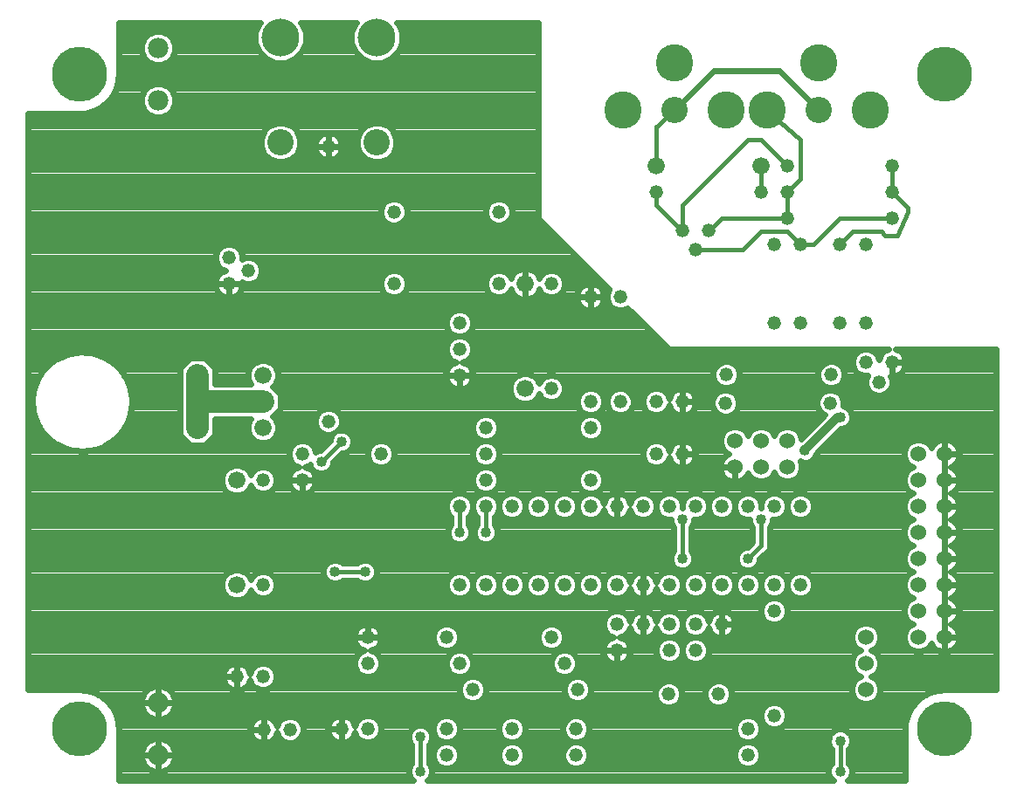
<source format=gbr>
G75*
G70*
%OFA0B0*%
%FSLAX24Y24*%
%IPPOS*%
%LPD*%
%AMOC8*
5,1,8,0,0,1.08239X$1,22.5*
%
%ADD10C,0.0520*%
%ADD11C,0.0660*%
%ADD12C,0.0600*%
%ADD13C,0.2100*%
%ADD14C,0.1004*%
%ADD15C,0.1424*%
%ADD16C,0.1440*%
%ADD17C,0.1005*%
%ADD18C,0.0780*%
%ADD19C,0.0240*%
%ADD20C,0.0400*%
%ADD21C,0.0860*%
%ADD22C,0.0160*%
%ADD23C,0.0320*%
D10*
X015343Y009842D03*
X016343Y009842D03*
X016368Y007817D03*
X017368Y007817D03*
X019343Y007842D03*
X020343Y007842D03*
X020343Y010342D03*
X020343Y011342D03*
X023343Y011342D03*
X023843Y010342D03*
X024343Y009342D03*
X023343Y007842D03*
X023343Y006842D03*
X025843Y006842D03*
X025843Y007842D03*
X028293Y007842D03*
X028293Y006842D03*
X028343Y009342D03*
X027843Y010342D03*
X027343Y011342D03*
X026843Y013342D03*
X025843Y013342D03*
X024843Y013342D03*
X023843Y013342D03*
X023843Y016342D03*
X024843Y016342D03*
X025843Y016342D03*
X026843Y016342D03*
X027843Y016342D03*
X028843Y016342D03*
X028843Y017342D03*
X029843Y016342D03*
X030843Y016342D03*
X031843Y016342D03*
X032843Y016342D03*
X033843Y016342D03*
X034843Y016342D03*
X035843Y016342D03*
X036843Y016342D03*
X036843Y013342D03*
X035843Y013342D03*
X034843Y013342D03*
X033843Y013342D03*
X032843Y013342D03*
X031843Y013342D03*
X030843Y013342D03*
X029843Y013342D03*
X028843Y013342D03*
X027843Y013342D03*
X029843Y011842D03*
X030843Y011842D03*
X031843Y011842D03*
X032843Y011842D03*
X033843Y011842D03*
X032843Y010842D03*
X031843Y010842D03*
X031818Y009167D03*
X033718Y009167D03*
X034843Y007842D03*
X034843Y006842D03*
X035843Y008342D03*
X035843Y012342D03*
X029843Y010842D03*
X024843Y017342D03*
X024843Y018342D03*
X024843Y019342D03*
X023843Y021342D03*
X023843Y022342D03*
X023843Y023342D03*
X025343Y024842D03*
X027343Y024842D03*
X028843Y024342D03*
X029968Y024342D03*
X032843Y026142D03*
X032343Y026892D03*
X033343Y026892D03*
X031343Y028342D03*
X035343Y028342D03*
X036343Y028342D03*
X036343Y027342D03*
X035843Y026342D03*
X036843Y026342D03*
X038343Y026342D03*
X039343Y026342D03*
X040343Y027342D03*
X040343Y028342D03*
X040343Y029342D03*
X036343Y029342D03*
X035843Y023342D03*
X036843Y023342D03*
X038343Y023342D03*
X039343Y023342D03*
X039343Y021842D03*
X039843Y021092D03*
X040343Y021842D03*
X038018Y021367D03*
X037993Y020292D03*
X034018Y021367D03*
X033993Y020292D03*
X032343Y020342D03*
X031343Y020342D03*
X029968Y020342D03*
X028843Y020342D03*
X028843Y019342D03*
X027343Y020842D03*
X031343Y018342D03*
X032343Y018342D03*
X025343Y027592D03*
X021343Y027592D03*
X018843Y030092D03*
X015043Y025842D03*
X015793Y025342D03*
X015043Y024842D03*
X021343Y024842D03*
X018843Y019592D03*
X017843Y018342D03*
X017843Y017342D03*
X016343Y017342D03*
X020843Y018342D03*
X016343Y013342D03*
D11*
X015343Y013342D03*
X015343Y017342D03*
X016343Y019342D03*
X016343Y020342D03*
X016343Y021342D03*
X026343Y020842D03*
X026343Y024842D03*
X031343Y029342D03*
X035343Y029342D03*
D12*
X035343Y018842D03*
X034343Y018842D03*
X034343Y017842D03*
X035343Y017842D03*
X036343Y017842D03*
X036343Y018842D03*
X041343Y018342D03*
X041343Y017342D03*
X042343Y017342D03*
X042343Y018342D03*
X042343Y016342D03*
X041343Y016342D03*
X041343Y015342D03*
X041343Y014342D03*
X042343Y014342D03*
X042343Y015342D03*
X042343Y013342D03*
X041343Y013342D03*
X041343Y012342D03*
X042343Y012342D03*
X042343Y011342D03*
X041343Y011342D03*
X039343Y011342D03*
X039343Y010342D03*
X039343Y009342D03*
D13*
X009343Y007842D03*
X009343Y032842D03*
X042343Y032842D03*
X042343Y007842D03*
D14*
X037543Y031492D03*
X032043Y031492D03*
D15*
X030075Y031492D03*
X032043Y033263D03*
X034012Y031492D03*
X035575Y031492D03*
X037543Y033263D03*
X039512Y031492D03*
D16*
X020683Y034242D03*
X017013Y034242D03*
D17*
X017013Y030242D03*
X020683Y030242D03*
D18*
X012343Y031842D03*
X012343Y033842D03*
X012343Y008842D03*
X012343Y006842D03*
D19*
X012333Y006852D02*
X012333Y006832D01*
X011698Y006832D01*
X011698Y006713D01*
X011797Y006476D01*
X011978Y006295D01*
X012215Y006197D01*
X012333Y006197D01*
X012333Y006831D01*
X012353Y006831D01*
X012353Y006197D01*
X012472Y006197D01*
X012709Y006295D01*
X012890Y006476D01*
X012988Y006713D01*
X012988Y006832D01*
X012354Y006832D01*
X012354Y006852D01*
X012988Y006852D01*
X012988Y006970D01*
X012890Y007207D01*
X012709Y007389D01*
X012472Y007487D01*
X012353Y007487D01*
X012353Y006852D01*
X012333Y006852D01*
X011698Y006852D01*
X011698Y006970D01*
X011797Y007207D01*
X011978Y007389D01*
X012215Y007487D01*
X012333Y007487D01*
X012333Y006852D01*
X012333Y006773D02*
X012353Y006773D01*
X012333Y007012D02*
X012353Y007012D01*
X012333Y007250D02*
X012353Y007250D01*
X012847Y007250D02*
X022013Y007250D01*
X022023Y007239D02*
X022023Y006519D01*
X021970Y006466D01*
X021903Y006304D01*
X021903Y006129D01*
X021970Y005967D01*
X022076Y005862D01*
X010843Y005862D01*
X010843Y007842D01*
X010828Y008055D01*
X010783Y008264D01*
X010708Y008465D01*
X010605Y008653D01*
X010477Y008824D01*
X010326Y008975D01*
X010154Y009104D01*
X009967Y009206D01*
X009766Y009281D01*
X009557Y009326D01*
X009343Y009342D01*
X007363Y009342D01*
X007363Y031342D01*
X009343Y031342D01*
X009557Y031357D01*
X009766Y031402D01*
X009967Y031477D01*
X010154Y031580D01*
X010326Y031708D01*
X010477Y031859D01*
X010605Y032031D01*
X010708Y032219D01*
X010783Y032419D01*
X010828Y032628D01*
X010843Y032842D01*
X010843Y034822D01*
X016236Y034822D01*
X016200Y034786D01*
X016053Y034433D01*
X016053Y034051D01*
X016200Y033698D01*
X016470Y033428D01*
X016822Y033282D01*
X017204Y033282D01*
X017557Y033428D01*
X017827Y033698D01*
X017973Y034051D01*
X017973Y034433D01*
X017827Y034786D01*
X017791Y034822D01*
X019906Y034822D01*
X019870Y034786D01*
X019723Y034433D01*
X019723Y034051D01*
X019870Y033698D01*
X020140Y033428D01*
X020492Y033282D01*
X020874Y033282D01*
X021227Y033428D01*
X021497Y033698D01*
X021643Y034051D01*
X021643Y034433D01*
X021497Y034786D01*
X021461Y034822D01*
X026843Y034822D01*
X026843Y027342D01*
X029552Y024633D01*
X029545Y024625D01*
X029468Y024441D01*
X029468Y024242D01*
X029545Y024059D01*
X029685Y023918D01*
X029869Y023842D01*
X030068Y023842D01*
X030252Y023918D01*
X030259Y023926D01*
X031843Y022342D01*
X040205Y022342D01*
X040052Y022278D01*
X039596Y022278D01*
X039627Y022266D02*
X039443Y022342D01*
X039244Y022342D01*
X039060Y022266D01*
X038920Y022125D01*
X038843Y021941D01*
X038843Y021742D01*
X038920Y021559D01*
X039060Y021418D01*
X039244Y021342D01*
X039406Y021342D01*
X039343Y021191D01*
X039343Y020992D01*
X039420Y020809D01*
X039560Y020668D01*
X039744Y020592D01*
X039943Y020592D01*
X040127Y020668D01*
X040267Y020809D01*
X040343Y020992D01*
X040343Y021191D01*
X040287Y021327D01*
X040343Y021327D01*
X040343Y021841D01*
X040344Y021841D01*
X040344Y021327D01*
X040446Y021327D01*
X040635Y021405D01*
X040780Y021550D01*
X040858Y021739D01*
X040858Y021841D01*
X040344Y021841D01*
X040344Y021842D01*
X040858Y021842D01*
X040858Y021944D01*
X040780Y022133D01*
X040635Y022278D01*
X044323Y022278D01*
X044323Y022342D02*
X044323Y009342D01*
X042343Y009342D01*
X042130Y009326D01*
X041921Y009281D01*
X041720Y009206D01*
X041533Y009104D01*
X041361Y008975D01*
X041210Y008824D01*
X041082Y008653D01*
X040979Y008465D01*
X040904Y008264D01*
X040859Y008055D01*
X040843Y007842D01*
X040843Y005862D01*
X038636Y005862D01*
X038741Y005967D01*
X038808Y006129D01*
X038808Y006304D01*
X038741Y006466D01*
X038688Y006519D01*
X038688Y007089D01*
X038741Y007142D01*
X038808Y007304D01*
X038808Y007479D01*
X038741Y007641D01*
X038618Y007765D01*
X038456Y007832D01*
X038281Y007832D01*
X038119Y007765D01*
X037995Y007641D01*
X037928Y007479D01*
X037928Y007304D01*
X037995Y007142D01*
X038048Y007089D01*
X038048Y006519D01*
X037995Y006466D01*
X037928Y006304D01*
X037928Y006129D01*
X037995Y005967D01*
X038101Y005862D01*
X022611Y005862D01*
X022716Y005967D01*
X022783Y006129D01*
X022783Y006304D01*
X022716Y006466D01*
X022663Y006519D01*
X022663Y007239D01*
X022716Y007292D01*
X022783Y007454D01*
X022783Y007629D01*
X022716Y007791D01*
X022593Y007915D01*
X022431Y007982D01*
X022256Y007982D01*
X022094Y007915D01*
X021970Y007791D01*
X021903Y007629D01*
X021903Y007454D01*
X021970Y007292D01*
X022023Y007239D01*
X022023Y007012D02*
X012971Y007012D01*
X012988Y006773D02*
X022023Y006773D01*
X022023Y006534D02*
X012914Y006534D01*
X012710Y006296D02*
X021903Y006296D01*
X021933Y006057D02*
X010843Y006057D01*
X010843Y006296D02*
X011977Y006296D01*
X011773Y006534D02*
X010843Y006534D01*
X010843Y006773D02*
X011698Y006773D01*
X011716Y007012D02*
X010843Y007012D01*
X010843Y007250D02*
X011840Y007250D01*
X012333Y006534D02*
X012353Y006534D01*
X012333Y006296D02*
X012353Y006296D01*
X010843Y007489D02*
X015968Y007489D01*
X015932Y007525D02*
X016077Y007380D01*
X016266Y007302D01*
X016368Y007302D01*
X016368Y007816D01*
X016369Y007816D01*
X016369Y007302D01*
X016471Y007302D01*
X016660Y007380D01*
X016805Y007525D01*
X016877Y007698D01*
X016945Y007534D01*
X017085Y007393D01*
X017269Y007317D01*
X017468Y007317D01*
X017652Y007393D01*
X017792Y007534D01*
X017868Y007717D01*
X017868Y007916D01*
X017792Y008100D01*
X017652Y008241D01*
X017468Y008317D01*
X017269Y008317D01*
X017085Y008241D01*
X016945Y008100D01*
X016877Y007936D01*
X016805Y008108D01*
X016660Y008253D01*
X016471Y008332D01*
X016369Y008332D01*
X016369Y007817D01*
X016368Y007817D01*
X016368Y007816D01*
X015853Y007816D01*
X015853Y007714D01*
X015932Y007525D01*
X015853Y007727D02*
X010843Y007727D01*
X010835Y007966D02*
X015873Y007966D01*
X015853Y007919D02*
X015853Y007817D01*
X016368Y007817D01*
X016368Y008332D01*
X016266Y008332D01*
X016077Y008253D01*
X015932Y008108D01*
X015853Y007919D01*
X016028Y008204D02*
X012490Y008204D01*
X012472Y008197D02*
X012709Y008295D01*
X012890Y008476D01*
X012988Y008713D01*
X012988Y008832D01*
X012354Y008832D01*
X012354Y008852D01*
X012988Y008852D01*
X012988Y008970D01*
X012890Y009207D01*
X012709Y009389D01*
X012472Y009487D01*
X012353Y009487D01*
X012353Y008852D01*
X012333Y008852D01*
X012333Y008832D01*
X011698Y008832D01*
X011698Y008713D01*
X011797Y008476D01*
X011978Y008295D01*
X012215Y008197D01*
X012333Y008197D01*
X012333Y008831D01*
X012353Y008831D01*
X012353Y008197D01*
X012472Y008197D01*
X012353Y008204D02*
X012333Y008204D01*
X012197Y008204D02*
X010796Y008204D01*
X010716Y008443D02*
X011830Y008443D01*
X011712Y008681D02*
X010584Y008681D01*
X010381Y008920D02*
X011698Y008920D01*
X011698Y008970D02*
X011698Y008852D01*
X012333Y008852D01*
X012333Y009487D01*
X012215Y009487D01*
X011978Y009389D01*
X011797Y009207D01*
X011698Y008970D01*
X011777Y009158D02*
X010054Y009158D01*
X011999Y009397D02*
X007363Y009397D01*
X007363Y009636D02*
X014871Y009636D01*
X014907Y009550D02*
X014828Y009739D01*
X014828Y009841D01*
X015343Y009841D01*
X015344Y009841D01*
X015344Y009327D01*
X015446Y009327D01*
X015635Y009405D01*
X015780Y009550D01*
X015852Y009723D01*
X015920Y009559D01*
X016060Y009418D01*
X016244Y009342D01*
X016443Y009342D01*
X016627Y009418D01*
X016767Y009559D01*
X016843Y009742D01*
X016843Y009941D01*
X016767Y010125D01*
X016627Y010266D01*
X016443Y010342D01*
X016244Y010342D01*
X016060Y010266D01*
X015920Y010125D01*
X015852Y009961D01*
X015780Y010133D01*
X015635Y010278D01*
X015446Y010357D01*
X015344Y010357D01*
X015344Y009842D01*
X015343Y009842D01*
X015343Y009841D01*
X015343Y009327D01*
X015241Y009327D01*
X015052Y009405D01*
X014907Y009550D01*
X015071Y009397D02*
X012688Y009397D01*
X012910Y009158D02*
X023878Y009158D01*
X023843Y009242D02*
X023920Y009059D01*
X024060Y008918D01*
X024244Y008842D01*
X024443Y008842D01*
X024627Y008918D01*
X024767Y009059D01*
X024843Y009242D01*
X024843Y009441D01*
X024767Y009625D01*
X024627Y009766D01*
X024443Y009842D01*
X024244Y009842D01*
X024060Y009766D01*
X023920Y009625D01*
X023843Y009441D01*
X023843Y009242D01*
X023843Y009397D02*
X016576Y009397D01*
X016799Y009636D02*
X023930Y009636D01*
X023943Y009842D02*
X024127Y009918D01*
X024267Y010059D01*
X024343Y010242D01*
X024343Y010441D01*
X024267Y010625D01*
X024127Y010766D01*
X023943Y010842D01*
X023744Y010842D01*
X023560Y010766D01*
X023420Y010625D01*
X023343Y010441D01*
X023343Y010242D01*
X023420Y010059D01*
X023560Y009918D01*
X023744Y009842D01*
X023943Y009842D01*
X024021Y009874D02*
X027666Y009874D01*
X027744Y009842D02*
X027560Y009918D01*
X027420Y010059D01*
X027343Y010242D01*
X027343Y010441D01*
X027420Y010625D01*
X027560Y010766D01*
X027744Y010842D01*
X027943Y010842D01*
X028127Y010766D01*
X028267Y010625D01*
X028343Y010441D01*
X028343Y010242D01*
X028267Y010059D01*
X028127Y009918D01*
X027943Y009842D01*
X027744Y009842D01*
X027930Y009636D02*
X024757Y009636D01*
X024843Y009397D02*
X027843Y009397D01*
X027843Y009441D02*
X027920Y009625D01*
X028060Y009766D01*
X028244Y009842D01*
X028443Y009842D01*
X028627Y009766D01*
X028767Y009625D01*
X028843Y009441D01*
X028843Y009242D01*
X028767Y009059D01*
X028627Y008918D01*
X028443Y008842D01*
X028244Y008842D01*
X028060Y008918D01*
X027920Y009059D01*
X027843Y009242D01*
X027843Y009441D01*
X027878Y009158D02*
X024809Y009158D01*
X024629Y008920D02*
X028058Y008920D01*
X028629Y008920D02*
X031379Y008920D01*
X031395Y008884D02*
X031535Y008743D01*
X031719Y008667D01*
X031918Y008667D01*
X032102Y008743D01*
X032242Y008884D01*
X032318Y009067D01*
X032318Y009266D01*
X032242Y009450D01*
X032102Y009591D01*
X031918Y009667D01*
X031719Y009667D01*
X031535Y009591D01*
X031395Y009450D01*
X031318Y009266D01*
X031318Y009067D01*
X031395Y008884D01*
X031318Y009158D02*
X028809Y009158D01*
X028843Y009397D02*
X031373Y009397D01*
X031644Y009636D02*
X028757Y009636D01*
X028290Y010113D02*
X038854Y010113D01*
X038886Y010036D02*
X039038Y009884D01*
X039140Y009842D01*
X039038Y009799D01*
X038886Y009648D01*
X038803Y009449D01*
X038803Y009234D01*
X038886Y009036D01*
X039038Y008884D01*
X039236Y008802D01*
X039451Y008802D01*
X039649Y008884D01*
X039801Y009036D01*
X039883Y009234D01*
X039883Y009449D01*
X039801Y009648D01*
X039649Y009799D01*
X039547Y009842D01*
X039649Y009884D01*
X039801Y010036D01*
X039883Y010234D01*
X039883Y010449D01*
X039801Y010648D01*
X039649Y010799D01*
X039547Y010842D01*
X039649Y010884D01*
X039801Y011036D01*
X039883Y011234D01*
X039883Y011449D01*
X039801Y011648D01*
X039649Y011799D01*
X039451Y011882D01*
X039236Y011882D01*
X039038Y011799D01*
X038886Y011648D01*
X038803Y011449D01*
X038803Y011234D01*
X038886Y011036D01*
X039038Y010884D01*
X039140Y010842D01*
X039038Y010799D01*
X038886Y010648D01*
X038803Y010449D01*
X038803Y010234D01*
X038886Y010036D01*
X039061Y009874D02*
X028021Y009874D01*
X028343Y010351D02*
X029682Y010351D01*
X029741Y010327D02*
X029843Y010327D01*
X029843Y010841D01*
X029844Y010841D01*
X029844Y010327D01*
X029946Y010327D01*
X030135Y010405D01*
X030280Y010550D01*
X030358Y010739D01*
X030358Y010841D01*
X029844Y010841D01*
X029844Y010842D01*
X030358Y010842D01*
X030358Y010944D01*
X030280Y011133D01*
X030135Y011278D01*
X029962Y011350D01*
X030127Y011418D01*
X030267Y011559D01*
X030335Y011723D01*
X030407Y011550D01*
X030552Y011405D01*
X030741Y011327D01*
X030843Y011327D01*
X030843Y011841D01*
X030844Y011841D01*
X030844Y011327D01*
X030946Y011327D01*
X031135Y011405D01*
X031280Y011550D01*
X031352Y011723D01*
X031420Y011559D01*
X031560Y011418D01*
X031744Y011342D01*
X031943Y011342D01*
X032127Y011418D01*
X032267Y011559D01*
X032343Y011742D01*
X032343Y011941D01*
X032267Y012125D01*
X032127Y012266D01*
X031943Y012342D01*
X031744Y012342D01*
X031560Y012266D01*
X031420Y012125D01*
X031352Y011961D01*
X031280Y012133D01*
X031135Y012278D01*
X030946Y012357D01*
X030844Y012357D01*
X030844Y011842D01*
X030843Y011842D01*
X030843Y012357D01*
X030741Y012357D01*
X030552Y012278D01*
X030407Y012133D01*
X030335Y011961D01*
X030267Y012125D01*
X030127Y012266D01*
X029943Y012342D01*
X029744Y012342D01*
X029560Y012266D01*
X029420Y012125D01*
X029343Y011941D01*
X029343Y011742D01*
X029420Y011559D01*
X029560Y011418D01*
X029724Y011350D01*
X029552Y011278D01*
X029407Y011133D01*
X029328Y010944D01*
X029328Y010842D01*
X029843Y010842D01*
X029843Y010841D01*
X029328Y010841D01*
X029328Y010739D01*
X029407Y010550D01*
X029552Y010405D01*
X029741Y010327D01*
X029843Y010351D02*
X029844Y010351D01*
X030005Y010351D02*
X031721Y010351D01*
X031744Y010342D02*
X031943Y010342D01*
X032127Y010418D01*
X032267Y010559D01*
X032343Y010742D01*
X032343Y010941D01*
X032267Y011125D01*
X032127Y011266D01*
X031943Y011342D01*
X031744Y011342D01*
X031560Y011266D01*
X031420Y011125D01*
X031343Y010941D01*
X031343Y010742D01*
X031420Y010559D01*
X031560Y010418D01*
X031744Y010342D01*
X031966Y010351D02*
X032721Y010351D01*
X032744Y010342D02*
X032943Y010342D01*
X033127Y010418D01*
X033267Y010559D01*
X033343Y010742D01*
X033343Y010941D01*
X033267Y011125D01*
X033127Y011266D01*
X032943Y011342D01*
X033127Y011418D01*
X033267Y011559D01*
X033335Y011723D01*
X033407Y011550D01*
X033552Y011405D01*
X033741Y011327D01*
X033843Y011327D01*
X033843Y011841D01*
X033844Y011841D01*
X033844Y011327D01*
X033946Y011327D01*
X034135Y011405D01*
X034280Y011550D01*
X034358Y011739D01*
X034358Y011841D01*
X033844Y011841D01*
X033844Y011842D01*
X034358Y011842D01*
X034358Y011944D01*
X034280Y012133D01*
X034135Y012278D01*
X033946Y012357D01*
X033844Y012357D01*
X033844Y011842D01*
X033843Y011842D01*
X033843Y012357D01*
X033741Y012357D01*
X033552Y012278D01*
X033407Y012133D01*
X033335Y011961D01*
X033267Y012125D01*
X033127Y012266D01*
X032943Y012342D01*
X032744Y012342D01*
X032560Y012266D01*
X032420Y012125D01*
X032343Y011941D01*
X032343Y011742D01*
X032420Y011559D01*
X032560Y011418D01*
X032744Y011342D01*
X032943Y011342D01*
X032744Y011342D01*
X032560Y011266D01*
X032420Y011125D01*
X032343Y010941D01*
X032343Y010742D01*
X032420Y010559D01*
X032560Y010418D01*
X032744Y010342D01*
X032966Y010351D02*
X038803Y010351D01*
X038862Y010590D02*
X033280Y010590D01*
X033343Y010828D02*
X039107Y010828D01*
X038873Y011067D02*
X033291Y011067D01*
X033031Y011305D02*
X038803Y011305D01*
X038843Y011544D02*
X034274Y011544D01*
X034358Y011782D02*
X039020Y011782D01*
X039666Y011782D02*
X041020Y011782D01*
X041038Y011799D02*
X040886Y011648D01*
X040803Y011449D01*
X040803Y011234D01*
X040886Y011036D01*
X041038Y010884D01*
X041236Y010802D01*
X041451Y010802D01*
X041649Y010884D01*
X041801Y011036D01*
X041835Y011118D01*
X041873Y011027D01*
X042029Y010871D01*
X042233Y010787D01*
X042343Y010787D01*
X042343Y011341D01*
X042344Y011341D01*
X042344Y010787D01*
X042454Y010787D01*
X042658Y010871D01*
X042814Y011027D01*
X042898Y011231D01*
X042898Y011341D01*
X042344Y011341D01*
X042344Y011342D01*
X042898Y011342D01*
X042898Y011452D01*
X042814Y011656D01*
X042658Y011812D01*
X042587Y011842D01*
X042658Y011871D01*
X042814Y012027D01*
X042898Y012231D01*
X042898Y012341D01*
X042344Y012341D01*
X042344Y011897D01*
X042344Y011342D01*
X042343Y011342D01*
X042343Y011897D01*
X042343Y012341D01*
X042344Y012341D01*
X042344Y012342D01*
X042898Y012342D01*
X042898Y012452D01*
X042814Y012656D01*
X042658Y012812D01*
X042587Y012842D01*
X042658Y012871D01*
X042814Y013027D01*
X042898Y013231D01*
X042898Y013341D01*
X042344Y013341D01*
X042344Y012897D01*
X042344Y012342D01*
X042343Y012342D01*
X042343Y012897D01*
X042343Y013341D01*
X042344Y013341D01*
X042344Y013342D01*
X042898Y013342D01*
X042898Y013452D01*
X042814Y013656D01*
X042658Y013812D01*
X042587Y013842D01*
X042658Y013871D01*
X042814Y014027D01*
X042898Y014231D01*
X042898Y014341D01*
X042344Y014341D01*
X042344Y013787D01*
X042344Y013342D01*
X042343Y013342D01*
X042343Y013787D01*
X042343Y014341D01*
X042344Y014341D01*
X042344Y014342D01*
X042898Y014342D01*
X042898Y014452D01*
X042814Y014656D01*
X042658Y014812D01*
X042587Y014842D01*
X042658Y014871D01*
X042814Y015027D01*
X042898Y015231D01*
X042898Y015341D01*
X042344Y015341D01*
X042344Y014787D01*
X042344Y014342D01*
X042343Y014342D01*
X042343Y014897D01*
X042343Y015341D01*
X042344Y015341D01*
X042344Y015342D01*
X042898Y015342D01*
X042898Y015452D01*
X042814Y015656D01*
X042658Y015812D01*
X042587Y015842D01*
X042658Y015871D01*
X042814Y016027D01*
X042898Y016231D01*
X042898Y016341D01*
X042344Y016341D01*
X042344Y015897D01*
X042344Y015342D01*
X042343Y015342D01*
X042343Y015897D01*
X042343Y016341D01*
X042344Y016341D01*
X042344Y016342D01*
X042898Y016342D01*
X042898Y016452D01*
X042814Y016656D01*
X042658Y016812D01*
X042587Y016842D01*
X042658Y016871D01*
X042814Y017027D01*
X042898Y017231D01*
X042898Y017341D01*
X042344Y017341D01*
X042344Y016897D01*
X042344Y016342D01*
X042343Y016342D01*
X042343Y016897D01*
X042343Y017341D01*
X042344Y017341D01*
X042344Y017342D01*
X042898Y017342D01*
X042898Y017452D01*
X042814Y017656D01*
X042658Y017812D01*
X042587Y017842D01*
X042658Y017871D01*
X042814Y018027D01*
X042898Y018231D01*
X042898Y018341D01*
X042344Y018341D01*
X042344Y017897D01*
X042344Y017342D01*
X042343Y017342D01*
X042343Y017897D01*
X042343Y018341D01*
X042344Y018341D01*
X042344Y018342D01*
X042898Y018342D01*
X042898Y018452D01*
X042814Y018656D01*
X042658Y018812D01*
X042454Y018897D01*
X042344Y018897D01*
X042344Y018342D01*
X042343Y018342D01*
X042343Y018897D01*
X042233Y018897D01*
X042029Y018812D01*
X041873Y018656D01*
X041835Y018565D01*
X041801Y018648D01*
X041649Y018799D01*
X041451Y018882D01*
X041236Y018882D01*
X041038Y018799D01*
X040886Y018648D01*
X040803Y018449D01*
X040803Y018234D01*
X040886Y018036D01*
X041038Y017884D01*
X041140Y017842D01*
X041038Y017799D01*
X040886Y017648D01*
X040803Y017449D01*
X040803Y017234D01*
X040886Y017036D01*
X041038Y016884D01*
X041140Y016842D01*
X041038Y016799D01*
X040886Y016648D01*
X040803Y016449D01*
X040803Y016234D01*
X040886Y016036D01*
X041038Y015884D01*
X041140Y015842D01*
X041038Y015799D01*
X040886Y015648D01*
X040803Y015449D01*
X040803Y015234D01*
X040886Y015036D01*
X041038Y014884D01*
X041140Y014842D01*
X041038Y014799D01*
X040886Y014648D01*
X040803Y014449D01*
X040803Y014234D01*
X040886Y014036D01*
X041038Y013884D01*
X041140Y013842D01*
X041038Y013799D01*
X040886Y013648D01*
X040803Y013449D01*
X040803Y013234D01*
X040886Y013036D01*
X041038Y012884D01*
X041140Y012842D01*
X041038Y012799D01*
X040886Y012648D01*
X040803Y012449D01*
X040803Y012234D01*
X040886Y012036D01*
X041038Y011884D01*
X041140Y011842D01*
X041038Y011799D01*
X040901Y012021D02*
X036230Y012021D01*
X036267Y012059D02*
X036343Y012242D01*
X036343Y012441D01*
X036267Y012625D01*
X036127Y012766D01*
X035943Y012842D01*
X036127Y012918D01*
X036267Y013059D01*
X036343Y013242D01*
X036343Y013441D01*
X036267Y013625D01*
X036127Y013766D01*
X035943Y013842D01*
X035744Y013842D01*
X035560Y013766D01*
X035420Y013625D01*
X035343Y013441D01*
X035267Y013625D01*
X035127Y013766D01*
X034943Y013842D01*
X034744Y013842D01*
X034560Y013766D01*
X034420Y013625D01*
X034343Y013441D01*
X034267Y013625D01*
X034127Y013766D01*
X033943Y013842D01*
X033744Y013842D01*
X033560Y013766D01*
X033420Y013625D01*
X033343Y013441D01*
X033267Y013625D01*
X033127Y013766D01*
X032943Y013842D01*
X032744Y013842D01*
X032560Y013766D01*
X032420Y013625D01*
X032343Y013441D01*
X032267Y013625D01*
X032127Y013766D01*
X031943Y013842D01*
X031744Y013842D01*
X031560Y013766D01*
X031420Y013625D01*
X031352Y013461D01*
X031280Y013633D01*
X031135Y013778D01*
X030946Y013857D01*
X030844Y013857D01*
X030844Y013342D01*
X030843Y013342D01*
X030843Y013857D01*
X030741Y013857D01*
X030552Y013778D01*
X030407Y013633D01*
X030335Y013461D01*
X030267Y013625D01*
X030127Y013766D01*
X029943Y013842D01*
X029744Y013842D01*
X029560Y013766D01*
X029420Y013625D01*
X029343Y013441D01*
X029267Y013625D01*
X029127Y013766D01*
X028943Y013842D01*
X028744Y013842D01*
X028560Y013766D01*
X028420Y013625D01*
X028343Y013441D01*
X028267Y013625D01*
X028127Y013766D01*
X027943Y013842D01*
X027744Y013842D01*
X027560Y013766D01*
X027420Y013625D01*
X027343Y013441D01*
X027267Y013625D01*
X027127Y013766D01*
X026943Y013842D01*
X026744Y013842D01*
X026560Y013766D01*
X026420Y013625D01*
X026343Y013441D01*
X026267Y013625D01*
X026127Y013766D01*
X025943Y013842D01*
X025744Y013842D01*
X025560Y013766D01*
X025420Y013625D01*
X025343Y013441D01*
X025267Y013625D01*
X025127Y013766D01*
X024943Y013842D01*
X024744Y013842D01*
X024560Y013766D01*
X024420Y013625D01*
X024343Y013441D01*
X024267Y013625D01*
X024127Y013766D01*
X023943Y013842D01*
X023744Y013842D01*
X023560Y013766D01*
X023420Y013625D01*
X023343Y013441D01*
X023343Y013242D01*
X023420Y013059D01*
X023560Y012918D01*
X023744Y012842D01*
X023943Y012842D01*
X024127Y012918D01*
X024267Y013059D01*
X024343Y013242D01*
X024343Y013441D01*
X024343Y013242D01*
X024420Y013059D01*
X024560Y012918D01*
X024744Y012842D01*
X024943Y012842D01*
X025127Y012918D01*
X025267Y013059D01*
X025343Y013242D01*
X025343Y013441D01*
X025343Y013242D01*
X025420Y013059D01*
X025560Y012918D01*
X025744Y012842D01*
X025943Y012842D01*
X026127Y012918D01*
X026267Y013059D01*
X026343Y013242D01*
X026343Y013441D01*
X026343Y013242D01*
X026420Y013059D01*
X026560Y012918D01*
X026744Y012842D01*
X026943Y012842D01*
X027127Y012918D01*
X027267Y013059D01*
X027343Y013242D01*
X027343Y013441D01*
X027343Y013242D01*
X027420Y013059D01*
X027560Y012918D01*
X027744Y012842D01*
X027943Y012842D01*
X028127Y012918D01*
X028267Y013059D01*
X028343Y013242D01*
X028343Y013441D01*
X028343Y013242D01*
X028420Y013059D01*
X028560Y012918D01*
X028744Y012842D01*
X028943Y012842D01*
X029127Y012918D01*
X029267Y013059D01*
X029343Y013242D01*
X029343Y013441D01*
X029343Y013242D01*
X029420Y013059D01*
X029560Y012918D01*
X029744Y012842D01*
X029943Y012842D01*
X030127Y012918D01*
X030267Y013059D01*
X030335Y013223D01*
X030407Y013050D01*
X030552Y012905D01*
X030741Y012827D01*
X030843Y012827D01*
X030843Y013341D01*
X030844Y013341D01*
X030844Y012827D01*
X030946Y012827D01*
X031135Y012905D01*
X031280Y013050D01*
X031352Y013223D01*
X031420Y013059D01*
X031560Y012918D01*
X031744Y012842D01*
X031943Y012842D01*
X032127Y012918D01*
X032267Y013059D01*
X032343Y013242D01*
X032343Y013441D01*
X032343Y013242D01*
X032420Y013059D01*
X032560Y012918D01*
X032744Y012842D01*
X032943Y012842D01*
X033127Y012918D01*
X033267Y013059D01*
X033343Y013242D01*
X033343Y013441D01*
X033343Y013242D01*
X033420Y013059D01*
X033560Y012918D01*
X033744Y012842D01*
X033943Y012842D01*
X034127Y012918D01*
X034267Y013059D01*
X034343Y013242D01*
X034343Y013441D01*
X034343Y013242D01*
X034420Y013059D01*
X034560Y012918D01*
X034744Y012842D01*
X034943Y012842D01*
X035127Y012918D01*
X035267Y013059D01*
X035343Y013242D01*
X035343Y013441D01*
X035343Y013242D01*
X035420Y013059D01*
X035560Y012918D01*
X035744Y012842D01*
X035943Y012842D01*
X035744Y012842D01*
X035560Y012766D01*
X035420Y012625D01*
X035343Y012441D01*
X035343Y012242D01*
X035420Y012059D01*
X035560Y011918D01*
X035744Y011842D01*
X035943Y011842D01*
X036127Y011918D01*
X036267Y012059D01*
X036343Y012259D02*
X040803Y012259D01*
X040824Y012498D02*
X036320Y012498D01*
X036156Y012737D02*
X040975Y012737D01*
X040946Y012975D02*
X037184Y012975D01*
X037127Y012918D02*
X037267Y013059D01*
X037343Y013242D01*
X037343Y013441D01*
X037267Y013625D01*
X037127Y013766D01*
X036943Y013842D01*
X036744Y013842D01*
X036560Y013766D01*
X036420Y013625D01*
X036343Y013441D01*
X036343Y013242D01*
X036420Y013059D01*
X036560Y012918D01*
X036744Y012842D01*
X036943Y012842D01*
X037127Y012918D01*
X037332Y013214D02*
X040812Y013214D01*
X040805Y013452D02*
X037339Y013452D01*
X037201Y013691D02*
X040929Y013691D01*
X040992Y013929D02*
X034998Y013929D01*
X034931Y013902D02*
X035093Y013969D01*
X035216Y014092D01*
X035283Y014254D01*
X035283Y014329D01*
X035476Y014522D01*
X035663Y014709D01*
X035663Y015539D01*
X035716Y015592D01*
X035783Y015754D01*
X035783Y015842D01*
X035943Y015842D01*
X036127Y015918D01*
X036267Y016059D01*
X036343Y016242D01*
X036343Y016441D01*
X036267Y016625D01*
X036127Y016766D01*
X035943Y016842D01*
X035744Y016842D01*
X035560Y016766D01*
X035420Y016625D01*
X035343Y016441D01*
X035267Y016625D01*
X035127Y016766D01*
X034943Y016842D01*
X034744Y016842D01*
X034560Y016766D01*
X034420Y016625D01*
X034343Y016441D01*
X034267Y016625D01*
X034127Y016766D01*
X033943Y016842D01*
X033744Y016842D01*
X033560Y016766D01*
X033420Y016625D01*
X033343Y016441D01*
X033267Y016625D01*
X033127Y016766D01*
X032943Y016842D01*
X032744Y016842D01*
X032560Y016766D01*
X032420Y016625D01*
X032343Y016441D01*
X032267Y016625D01*
X032127Y016766D01*
X031943Y016842D01*
X031744Y016842D01*
X031560Y016766D01*
X031420Y016625D01*
X031343Y016441D01*
X031267Y016625D01*
X031127Y016766D01*
X030943Y016842D01*
X030744Y016842D01*
X030560Y016766D01*
X030420Y016625D01*
X030352Y016461D01*
X030280Y016633D01*
X030135Y016778D01*
X029946Y016857D01*
X029844Y016857D01*
X029844Y016342D01*
X029843Y016342D01*
X029843Y016857D01*
X029741Y016857D01*
X029552Y016778D01*
X029407Y016633D01*
X029335Y016461D01*
X029267Y016625D01*
X029127Y016766D01*
X028943Y016842D01*
X029127Y016918D01*
X029267Y017059D01*
X029343Y017242D01*
X029343Y017441D01*
X029267Y017625D01*
X029127Y017766D01*
X028943Y017842D01*
X028744Y017842D01*
X028560Y017766D01*
X028420Y017625D01*
X028343Y017441D01*
X028343Y017242D01*
X028420Y017059D01*
X028560Y016918D01*
X028744Y016842D01*
X028943Y016842D01*
X028744Y016842D01*
X028560Y016766D01*
X028420Y016625D01*
X028343Y016441D01*
X028267Y016625D01*
X028127Y016766D01*
X027943Y016842D01*
X027744Y016842D01*
X027560Y016766D01*
X027420Y016625D01*
X027343Y016441D01*
X027267Y016625D01*
X027127Y016766D01*
X026943Y016842D01*
X026744Y016842D01*
X026560Y016766D01*
X026420Y016625D01*
X026343Y016441D01*
X026267Y016625D01*
X026127Y016766D01*
X025943Y016842D01*
X025744Y016842D01*
X025560Y016766D01*
X025420Y016625D01*
X025343Y016441D01*
X025267Y016625D01*
X025127Y016766D01*
X024943Y016842D01*
X025127Y016918D01*
X025267Y017059D01*
X025343Y017242D01*
X025343Y017441D01*
X025267Y017625D01*
X025127Y017766D01*
X024943Y017842D01*
X025127Y017918D01*
X025267Y018059D01*
X025343Y018242D01*
X025343Y018441D01*
X025267Y018625D01*
X025127Y018766D01*
X024943Y018842D01*
X025127Y018918D01*
X025267Y019059D01*
X025343Y019242D01*
X025343Y019441D01*
X025267Y019625D01*
X025127Y019766D01*
X024943Y019842D01*
X024744Y019842D01*
X024560Y019766D01*
X024420Y019625D01*
X024343Y019441D01*
X024343Y019242D01*
X024420Y019059D01*
X024560Y018918D01*
X024744Y018842D01*
X024943Y018842D01*
X024744Y018842D01*
X024560Y018766D01*
X024420Y018625D01*
X024343Y018441D01*
X024343Y018242D01*
X024420Y018059D01*
X024560Y017918D01*
X024744Y017842D01*
X024943Y017842D01*
X024744Y017842D01*
X024560Y017766D01*
X024420Y017625D01*
X024343Y017441D01*
X024343Y017242D01*
X024420Y017059D01*
X024560Y016918D01*
X024744Y016842D01*
X024943Y016842D01*
X024744Y016842D01*
X024560Y016766D01*
X024420Y016625D01*
X024343Y016441D01*
X024267Y016625D01*
X024127Y016766D01*
X023943Y016842D01*
X023744Y016842D01*
X023560Y016766D01*
X023420Y016625D01*
X023343Y016441D01*
X023343Y016242D01*
X023420Y016059D01*
X023523Y015955D01*
X023523Y015644D01*
X023470Y015591D01*
X023403Y015429D01*
X023403Y015254D01*
X023470Y015092D01*
X023594Y014969D01*
X023756Y014902D01*
X023931Y014902D01*
X024093Y014969D01*
X024216Y015092D01*
X024283Y015254D01*
X024283Y015429D01*
X024216Y015591D01*
X024163Y015644D01*
X024163Y015955D01*
X024267Y016059D01*
X024343Y016242D01*
X024343Y016441D01*
X024343Y016242D01*
X024420Y016059D01*
X024523Y015955D01*
X024523Y015644D01*
X024470Y015591D01*
X024403Y015429D01*
X024403Y015254D01*
X024470Y015092D01*
X024594Y014969D01*
X024756Y014902D01*
X024931Y014902D01*
X025093Y014969D01*
X025216Y015092D01*
X025283Y015254D01*
X025283Y015429D01*
X025216Y015591D01*
X025163Y015644D01*
X025163Y015955D01*
X025267Y016059D01*
X025343Y016242D01*
X025343Y016441D01*
X025343Y016242D01*
X025420Y016059D01*
X025560Y015918D01*
X025744Y015842D01*
X025943Y015842D01*
X026127Y015918D01*
X026267Y016059D01*
X026343Y016242D01*
X026343Y016441D01*
X026343Y016242D01*
X026420Y016059D01*
X026560Y015918D01*
X026744Y015842D01*
X026943Y015842D01*
X027127Y015918D01*
X027267Y016059D01*
X027343Y016242D01*
X027343Y016441D01*
X027343Y016242D01*
X027420Y016059D01*
X027560Y015918D01*
X027744Y015842D01*
X027943Y015842D01*
X028127Y015918D01*
X028267Y016059D01*
X028343Y016242D01*
X028343Y016441D01*
X028343Y016242D01*
X028420Y016059D01*
X028560Y015918D01*
X028744Y015842D01*
X028943Y015842D01*
X029127Y015918D01*
X029267Y016059D01*
X029335Y016223D01*
X029407Y016050D01*
X029552Y015905D01*
X029741Y015827D01*
X029843Y015827D01*
X029843Y016341D01*
X029844Y016341D01*
X029844Y015827D01*
X029946Y015827D01*
X030135Y015905D01*
X030280Y016050D01*
X030352Y016223D01*
X030420Y016059D01*
X030560Y015918D01*
X030744Y015842D01*
X030943Y015842D01*
X031127Y015918D01*
X031267Y016059D01*
X031343Y016242D01*
X031343Y016441D01*
X031343Y016242D01*
X031420Y016059D01*
X031560Y015918D01*
X031744Y015842D01*
X031903Y015842D01*
X031903Y015754D01*
X031970Y015592D01*
X032023Y015539D01*
X032023Y014644D01*
X031970Y014591D01*
X031903Y014429D01*
X031903Y014254D01*
X031970Y014092D01*
X032094Y013969D01*
X032256Y013902D01*
X032431Y013902D01*
X032593Y013969D01*
X032716Y014092D01*
X032783Y014254D01*
X032783Y014429D01*
X032716Y014591D01*
X032663Y014644D01*
X032663Y015539D01*
X032716Y015592D01*
X032783Y015754D01*
X032783Y015842D01*
X032943Y015842D01*
X033127Y015918D01*
X033267Y016059D01*
X033343Y016242D01*
X033343Y016441D01*
X033343Y016242D01*
X033420Y016059D01*
X033560Y015918D01*
X033744Y015842D01*
X033943Y015842D01*
X034127Y015918D01*
X034267Y016059D01*
X034343Y016242D01*
X034343Y016441D01*
X034343Y016242D01*
X034420Y016059D01*
X034560Y015918D01*
X034744Y015842D01*
X034903Y015842D01*
X034903Y015754D01*
X034970Y015592D01*
X035023Y015539D01*
X035023Y014974D01*
X034831Y014782D01*
X034756Y014782D01*
X034594Y014715D01*
X034470Y014591D01*
X034403Y014429D01*
X034403Y014254D01*
X034470Y014092D01*
X034594Y013969D01*
X034756Y013902D01*
X034931Y013902D01*
X034689Y013929D02*
X032498Y013929D01*
X032485Y013691D02*
X032201Y013691D01*
X032189Y013929D02*
X020683Y013929D01*
X020616Y014091D01*
X020493Y014215D01*
X020331Y014282D01*
X020156Y014282D01*
X019994Y014215D01*
X019941Y014162D01*
X019396Y014162D01*
X019343Y014215D01*
X019181Y014282D01*
X019006Y014282D01*
X018844Y014215D01*
X018720Y014091D01*
X018653Y013929D01*
X018653Y013754D01*
X018720Y013592D01*
X018844Y013469D01*
X019006Y013402D01*
X019181Y013402D01*
X019343Y013469D01*
X019396Y013522D01*
X019941Y013522D01*
X019994Y013469D01*
X020156Y013402D01*
X020331Y013402D01*
X020493Y013469D01*
X020616Y013592D01*
X020683Y013754D01*
X020683Y013929D01*
X020657Y013691D02*
X023485Y013691D01*
X023348Y013452D02*
X020453Y013452D01*
X020034Y013452D02*
X019303Y013452D01*
X018884Y013452D02*
X016839Y013452D01*
X016843Y013441D02*
X016767Y013625D01*
X016627Y013766D01*
X016443Y013842D01*
X016244Y013842D01*
X016060Y013766D01*
X015920Y013625D01*
X015881Y013533D01*
X015827Y013665D01*
X015666Y013825D01*
X015457Y013912D01*
X015230Y013912D01*
X015021Y013825D01*
X014860Y013665D01*
X014773Y013455D01*
X014773Y013228D01*
X014860Y013019D01*
X015021Y012859D01*
X015230Y012772D01*
X015457Y012772D01*
X015666Y012859D01*
X015827Y013019D01*
X015881Y013151D01*
X015920Y013059D01*
X016060Y012918D01*
X016244Y012842D01*
X016443Y012842D01*
X016627Y012918D01*
X016767Y013059D01*
X016843Y013242D01*
X016843Y013441D01*
X016832Y013214D02*
X023355Y013214D01*
X023503Y012975D02*
X016684Y012975D01*
X016003Y012975D02*
X015783Y012975D01*
X015801Y013691D02*
X015985Y013691D01*
X016701Y013691D02*
X018680Y013691D01*
X018654Y013929D02*
X007363Y013929D01*
X007363Y013691D02*
X014886Y013691D01*
X014773Y013452D02*
X007363Y013452D01*
X007363Y013214D02*
X014780Y013214D01*
X014904Y012975D02*
X007363Y012975D01*
X007363Y012737D02*
X035531Y012737D01*
X035503Y012975D02*
X035184Y012975D01*
X035332Y013214D02*
X035355Y013214D01*
X035339Y013452D02*
X035348Y013452D01*
X035485Y013691D02*
X035201Y013691D01*
X035248Y014168D02*
X040831Y014168D01*
X040803Y014406D02*
X035361Y014406D01*
X035599Y014645D02*
X040885Y014645D01*
X041039Y014883D02*
X035663Y014883D01*
X035663Y015122D02*
X040850Y015122D01*
X040803Y015361D02*
X035663Y015361D01*
X035719Y015599D02*
X040866Y015599D01*
X041130Y015838D02*
X035783Y015838D01*
X036275Y016076D02*
X036412Y016076D01*
X036420Y016059D02*
X036560Y015918D01*
X036744Y015842D01*
X036943Y015842D01*
X037127Y015918D01*
X037267Y016059D01*
X037343Y016242D01*
X037343Y016441D01*
X037267Y016625D01*
X037127Y016766D01*
X036943Y016842D01*
X036744Y016842D01*
X036560Y016766D01*
X036420Y016625D01*
X036343Y016441D01*
X036343Y016242D01*
X036420Y016059D01*
X036343Y016315D02*
X036343Y016315D01*
X036297Y016553D02*
X036390Y016553D01*
X036624Y016792D02*
X036063Y016792D01*
X035624Y016792D02*
X035063Y016792D01*
X035297Y016553D02*
X035390Y016553D01*
X035343Y016441D02*
X035343Y016282D01*
X035343Y016282D01*
X035343Y016441D01*
X035343Y016315D02*
X035343Y016315D01*
X034903Y015838D02*
X032783Y015838D01*
X032719Y015599D02*
X034968Y015599D01*
X035023Y015361D02*
X032663Y015361D01*
X032663Y015122D02*
X035023Y015122D01*
X034933Y014883D02*
X032663Y014883D01*
X032663Y014645D02*
X034524Y014645D01*
X034403Y014406D02*
X032783Y014406D01*
X032748Y014168D02*
X034439Y014168D01*
X034485Y013691D02*
X034201Y013691D01*
X034339Y013452D02*
X034348Y013452D01*
X034332Y013214D02*
X034355Y013214D01*
X034503Y012975D02*
X034184Y012975D01*
X034154Y012259D02*
X035343Y012259D01*
X035367Y012498D02*
X007363Y012498D01*
X007363Y012259D02*
X029554Y012259D01*
X029377Y012021D02*
X007363Y012021D01*
X007363Y011782D02*
X020062Y011782D01*
X020052Y011778D02*
X019907Y011633D01*
X019828Y011444D01*
X019828Y011342D01*
X020343Y011342D01*
X020343Y011341D01*
X019828Y011341D01*
X019828Y011239D01*
X019907Y011050D01*
X020052Y010905D01*
X020224Y010834D01*
X020060Y010766D01*
X019920Y010625D01*
X019843Y010441D01*
X019843Y010242D01*
X019920Y010059D01*
X020060Y009918D01*
X020244Y009842D01*
X020443Y009842D01*
X020627Y009918D01*
X020767Y010059D01*
X020843Y010242D01*
X020843Y010441D01*
X020767Y010625D01*
X020627Y010766D01*
X020462Y010834D01*
X020635Y010905D01*
X020780Y011050D01*
X020858Y011239D01*
X020858Y011341D01*
X020344Y011341D01*
X020344Y011342D01*
X020858Y011342D01*
X020858Y011444D01*
X020780Y011633D01*
X020635Y011778D01*
X020446Y011857D01*
X020344Y011857D01*
X020344Y011342D01*
X020343Y011342D01*
X020343Y011857D01*
X020241Y011857D01*
X020052Y011778D01*
X020343Y011782D02*
X020344Y011782D01*
X020343Y011544D02*
X020344Y011544D01*
X020625Y011782D02*
X023101Y011782D01*
X023060Y011766D02*
X022920Y011625D01*
X022843Y011441D01*
X022843Y011242D01*
X022920Y011059D01*
X023060Y010918D01*
X023244Y010842D01*
X023443Y010842D01*
X023627Y010918D01*
X023767Y011059D01*
X023843Y011242D01*
X023843Y011441D01*
X023767Y011625D01*
X023627Y011766D01*
X023443Y011842D01*
X023244Y011842D01*
X023060Y011766D01*
X022886Y011544D02*
X020817Y011544D01*
X020858Y011305D02*
X022843Y011305D01*
X022916Y011067D02*
X020787Y011067D01*
X020475Y010828D02*
X023711Y010828D01*
X023771Y011067D02*
X026916Y011067D01*
X026920Y011059D02*
X027060Y010918D01*
X027244Y010842D01*
X027443Y010842D01*
X027627Y010918D01*
X027767Y011059D01*
X027843Y011242D01*
X027843Y011441D01*
X027767Y011625D01*
X027627Y011766D01*
X027443Y011842D01*
X027244Y011842D01*
X027060Y011766D01*
X026920Y011625D01*
X026843Y011441D01*
X026843Y011242D01*
X026920Y011059D01*
X026843Y011305D02*
X023843Y011305D01*
X023801Y011544D02*
X026886Y011544D01*
X027101Y011782D02*
X023586Y011782D01*
X023975Y010828D02*
X027711Y010828D01*
X027771Y011067D02*
X029379Y011067D01*
X029328Y010828D02*
X027975Y010828D01*
X028282Y010590D02*
X029390Y010590D01*
X029843Y010590D02*
X029844Y010590D01*
X029843Y010828D02*
X029844Y010828D01*
X030296Y010590D02*
X031407Y010590D01*
X031343Y010828D02*
X030358Y010828D01*
X030308Y011067D02*
X031396Y011067D01*
X031656Y011305D02*
X030070Y011305D01*
X030253Y011544D02*
X030413Y011544D01*
X030843Y011544D02*
X030844Y011544D01*
X030843Y011782D02*
X030844Y011782D01*
X030843Y012021D02*
X030844Y012021D01*
X030843Y012259D02*
X030844Y012259D01*
X031154Y012259D02*
X031554Y012259D01*
X031377Y012021D02*
X031327Y012021D01*
X031274Y011544D02*
X031434Y011544D01*
X032031Y011305D02*
X032656Y011305D01*
X032434Y011544D02*
X032253Y011544D01*
X032343Y011782D02*
X032343Y011782D01*
X032310Y012021D02*
X032377Y012021D01*
X032554Y012259D02*
X032133Y012259D01*
X032184Y012975D02*
X032503Y012975D01*
X032355Y013214D02*
X032332Y013214D01*
X032339Y013452D02*
X032348Y013452D01*
X031939Y014168D02*
X020540Y014168D01*
X019947Y014168D02*
X019390Y014168D01*
X018797Y014168D02*
X007363Y014168D01*
X007363Y014406D02*
X031903Y014406D01*
X032023Y014645D02*
X007363Y014645D01*
X007363Y014883D02*
X032023Y014883D01*
X032023Y015122D02*
X025229Y015122D01*
X025283Y015361D02*
X032023Y015361D01*
X031968Y015599D02*
X025208Y015599D01*
X025163Y015838D02*
X029715Y015838D01*
X029843Y015838D02*
X029844Y015838D01*
X029972Y015838D02*
X031903Y015838D01*
X031412Y016076D02*
X031275Y016076D01*
X031343Y016315D02*
X031343Y016315D01*
X031297Y016553D02*
X031390Y016553D01*
X031624Y016792D02*
X031063Y016792D01*
X030624Y016792D02*
X030103Y016792D01*
X029844Y016792D02*
X029843Y016792D01*
X029843Y016553D02*
X029844Y016553D01*
X029843Y016315D02*
X029844Y016315D01*
X029843Y016076D02*
X029844Y016076D01*
X030291Y016076D02*
X030412Y016076D01*
X030390Y016553D02*
X030313Y016553D01*
X029584Y016792D02*
X029063Y016792D01*
X029239Y017030D02*
X040891Y017030D01*
X040803Y017269D02*
X029343Y017269D01*
X029316Y017507D02*
X033893Y017507D01*
X033873Y017527D02*
X034029Y017371D01*
X034233Y017287D01*
X034343Y017287D01*
X034343Y017841D01*
X034344Y017841D01*
X034344Y017287D01*
X034454Y017287D01*
X034658Y017371D01*
X034814Y017527D01*
X034852Y017618D01*
X034886Y017536D01*
X035038Y017384D01*
X035236Y017302D01*
X035451Y017302D01*
X035649Y017384D01*
X035801Y017536D01*
X035843Y017638D01*
X035886Y017536D01*
X036038Y017384D01*
X036236Y017302D01*
X036451Y017302D01*
X036649Y017384D01*
X036801Y017536D01*
X036883Y017734D01*
X036883Y017949D01*
X036835Y018067D01*
X036931Y018027D01*
X037106Y018027D01*
X037268Y018094D01*
X037391Y018217D01*
X037449Y018357D01*
X038394Y019302D01*
X038456Y019302D01*
X038618Y019369D01*
X038741Y019492D01*
X038808Y019654D01*
X038808Y019829D01*
X038741Y019991D01*
X038618Y020115D01*
X038484Y020170D01*
X038493Y020192D01*
X038493Y020391D01*
X038417Y020575D01*
X038277Y020716D01*
X038093Y020792D01*
X037894Y020792D01*
X037710Y020716D01*
X037570Y020575D01*
X037493Y020391D01*
X037493Y020192D01*
X037570Y020009D01*
X037710Y019868D01*
X037794Y019833D01*
X036883Y018922D01*
X036883Y018949D01*
X036801Y019148D01*
X036649Y019299D01*
X036451Y019382D01*
X036236Y019382D01*
X036038Y019299D01*
X035886Y019148D01*
X035843Y019046D01*
X035801Y019148D01*
X035649Y019299D01*
X035451Y019382D01*
X035236Y019382D01*
X035038Y019299D01*
X034886Y019148D01*
X034843Y019046D01*
X034801Y019148D01*
X034649Y019299D01*
X034451Y019382D01*
X034236Y019382D01*
X034038Y019299D01*
X033886Y019148D01*
X033803Y018949D01*
X033803Y018734D01*
X033886Y018536D01*
X034038Y018384D01*
X034120Y018350D01*
X034029Y018312D01*
X033873Y018156D01*
X033788Y017952D01*
X033788Y017842D01*
X034343Y017842D01*
X034343Y017841D01*
X033788Y017841D01*
X033788Y017731D01*
X033873Y017527D01*
X033788Y017746D02*
X029146Y017746D01*
X028541Y017746D02*
X025146Y017746D01*
X025193Y017985D02*
X030994Y017985D01*
X031060Y017918D02*
X031244Y017842D01*
X031443Y017842D01*
X031627Y017918D01*
X031767Y018059D01*
X031835Y018223D01*
X031907Y018050D01*
X032052Y017905D01*
X032241Y017827D01*
X032343Y017827D01*
X032343Y018341D01*
X032344Y018341D01*
X032344Y017827D01*
X032446Y017827D01*
X032635Y017905D01*
X032780Y018050D01*
X032858Y018239D01*
X032858Y018341D01*
X032344Y018341D01*
X032344Y018342D01*
X032858Y018342D01*
X032858Y018444D01*
X032780Y018633D01*
X032635Y018778D01*
X032446Y018857D01*
X032344Y018857D01*
X032344Y018342D01*
X032343Y018342D01*
X032343Y018857D01*
X032241Y018857D01*
X032052Y018778D01*
X031907Y018633D01*
X031835Y018461D01*
X031767Y018625D01*
X031627Y018766D01*
X031443Y018842D01*
X031244Y018842D01*
X031060Y018766D01*
X030920Y018625D01*
X030843Y018441D01*
X030843Y018242D01*
X030920Y018059D01*
X031060Y017918D01*
X030851Y018223D02*
X025335Y018223D01*
X025335Y018462D02*
X030852Y018462D01*
X030995Y018700D02*
X025192Y018700D01*
X025148Y018939D02*
X028539Y018939D01*
X028560Y018918D02*
X028744Y018842D01*
X028943Y018842D01*
X029127Y018918D01*
X029267Y019059D01*
X029343Y019242D01*
X029343Y019441D01*
X029267Y019625D01*
X029127Y019766D01*
X028943Y019842D01*
X029127Y019918D01*
X029267Y020059D01*
X029343Y020242D01*
X029343Y020441D01*
X029267Y020625D01*
X029127Y020766D01*
X028943Y020842D01*
X028744Y020842D01*
X028560Y020766D01*
X028420Y020625D01*
X028343Y020441D01*
X028343Y020242D01*
X028420Y020059D01*
X028560Y019918D01*
X028744Y019842D01*
X028943Y019842D01*
X028744Y019842D01*
X028560Y019766D01*
X028420Y019625D01*
X028343Y019441D01*
X028343Y019242D01*
X028420Y019059D01*
X028560Y018918D01*
X028370Y019177D02*
X025316Y019177D01*
X025343Y019416D02*
X028343Y019416D01*
X028449Y019654D02*
X025238Y019654D01*
X024449Y019654D02*
X019343Y019654D01*
X019343Y019691D02*
X019267Y019875D01*
X019127Y020016D01*
X018943Y020092D01*
X018744Y020092D01*
X018560Y020016D01*
X018420Y019875D01*
X018343Y019691D01*
X018343Y019492D01*
X018420Y019309D01*
X018560Y019168D01*
X018744Y019092D01*
X018943Y019092D01*
X019034Y019129D01*
X018970Y019066D01*
X018903Y018904D01*
X018903Y018829D01*
X018556Y018482D01*
X018481Y018482D01*
X018343Y018425D01*
X018343Y018441D01*
X018267Y018625D01*
X018127Y018766D01*
X017943Y018842D01*
X017744Y018842D01*
X017560Y018766D01*
X017420Y018625D01*
X017343Y018441D01*
X017343Y018242D01*
X017420Y018059D01*
X017560Y017918D01*
X017724Y017850D01*
X017552Y017778D01*
X017407Y017633D01*
X017328Y017444D01*
X017328Y017342D01*
X017843Y017342D01*
X017843Y017341D01*
X017844Y017341D01*
X017844Y016827D01*
X017946Y016827D01*
X018135Y016905D01*
X018280Y017050D01*
X018358Y017239D01*
X018358Y017341D01*
X017844Y017341D01*
X017844Y017342D01*
X018358Y017342D01*
X018358Y017444D01*
X018280Y017633D01*
X018135Y017778D01*
X017962Y017850D01*
X018127Y017918D01*
X018139Y017930D01*
X018195Y017792D01*
X018319Y017669D01*
X018481Y017602D01*
X018656Y017602D01*
X018818Y017669D01*
X018941Y017792D01*
X019008Y017954D01*
X019008Y018029D01*
X019356Y018377D01*
X019431Y018377D01*
X019593Y018444D01*
X019716Y018567D01*
X019783Y018729D01*
X019783Y018904D01*
X019716Y019066D01*
X019593Y019190D01*
X019431Y019257D01*
X019256Y019257D01*
X019187Y019228D01*
X019267Y019309D01*
X019343Y019492D01*
X019343Y019691D01*
X019249Y019893D02*
X028620Y019893D01*
X028389Y020131D02*
X017013Y020131D01*
X017013Y020064D02*
X016720Y019771D01*
X016827Y019665D01*
X016913Y019455D01*
X016913Y019228D01*
X016827Y019019D01*
X016666Y018859D01*
X016457Y018772D01*
X016230Y018772D01*
X016021Y018859D01*
X015860Y019019D01*
X015773Y019228D01*
X015773Y019455D01*
X015860Y019665D01*
X015867Y019672D01*
X014513Y019672D01*
X014513Y019064D01*
X014121Y018672D01*
X013566Y018672D01*
X013173Y019064D01*
X013173Y021619D01*
X013566Y022012D01*
X014121Y022012D01*
X014513Y021619D01*
X014513Y021012D01*
X015867Y021012D01*
X015860Y021019D01*
X015773Y021228D01*
X015773Y021455D01*
X015860Y021665D01*
X016021Y021825D01*
X016230Y021912D01*
X016457Y021912D01*
X016666Y021825D01*
X016827Y021665D01*
X016913Y021455D01*
X016913Y021228D01*
X016827Y021019D01*
X016720Y020912D01*
X017013Y020619D01*
X017013Y020064D01*
X016842Y019893D02*
X018438Y019893D01*
X018343Y019654D02*
X016831Y019654D01*
X016913Y019416D02*
X018375Y019416D01*
X018551Y019177D02*
X016892Y019177D01*
X016747Y018939D02*
X018918Y018939D01*
X018774Y018700D02*
X018192Y018700D01*
X018335Y018462D02*
X018432Y018462D01*
X018242Y017746D02*
X018167Y017746D01*
X018332Y017507D02*
X024371Y017507D01*
X024343Y017269D02*
X018358Y017269D01*
X018260Y017030D02*
X024448Y017030D01*
X024624Y016792D02*
X024063Y016792D01*
X024297Y016553D02*
X024390Y016553D01*
X024343Y016315D02*
X024343Y016315D01*
X024275Y016076D02*
X024412Y016076D01*
X024523Y015838D02*
X024163Y015838D01*
X024208Y015599D02*
X024479Y015599D01*
X024403Y015361D02*
X024283Y015361D01*
X024229Y015122D02*
X024458Y015122D01*
X023458Y015122D02*
X007363Y015122D01*
X007363Y015361D02*
X023403Y015361D01*
X023479Y015599D02*
X007363Y015599D01*
X007363Y015838D02*
X023523Y015838D01*
X023412Y016076D02*
X007363Y016076D01*
X007363Y016315D02*
X023343Y016315D01*
X023390Y016553D02*
X007363Y016553D01*
X007363Y016792D02*
X015182Y016792D01*
X015230Y016772D02*
X015457Y016772D01*
X015666Y016859D01*
X015827Y017019D01*
X015881Y017151D01*
X015920Y017059D01*
X016060Y016918D01*
X016244Y016842D01*
X016443Y016842D01*
X016627Y016918D01*
X016767Y017059D01*
X016843Y017242D01*
X016843Y017441D01*
X016767Y017625D01*
X016627Y017766D01*
X016443Y017842D01*
X016244Y017842D01*
X016060Y017766D01*
X015920Y017625D01*
X015881Y017533D01*
X015827Y017665D01*
X015666Y017825D01*
X015457Y017912D01*
X015230Y017912D01*
X015021Y017825D01*
X014860Y017665D01*
X014773Y017455D01*
X014773Y017228D01*
X014860Y017019D01*
X015021Y016859D01*
X015230Y016772D01*
X015505Y016792D02*
X023624Y016792D01*
X024541Y017746D02*
X018895Y017746D01*
X019008Y017985D02*
X020494Y017985D01*
X020560Y017918D02*
X020420Y018059D01*
X020343Y018242D01*
X020343Y018441D01*
X020420Y018625D01*
X020560Y018766D01*
X020744Y018842D01*
X020943Y018842D01*
X021127Y018766D01*
X021267Y018625D01*
X021343Y018441D01*
X021343Y018242D01*
X021267Y018059D01*
X021127Y017918D01*
X020943Y017842D01*
X020744Y017842D01*
X020560Y017918D01*
X020351Y018223D02*
X019202Y018223D01*
X019611Y018462D02*
X020352Y018462D01*
X020495Y018700D02*
X019771Y018700D01*
X019769Y018939D02*
X024539Y018939D01*
X024495Y018700D02*
X021192Y018700D01*
X021335Y018462D02*
X024352Y018462D01*
X024351Y018223D02*
X021335Y018223D01*
X021193Y017985D02*
X024494Y017985D01*
X025316Y017507D02*
X028371Y017507D01*
X028343Y017269D02*
X025343Y017269D01*
X025239Y017030D02*
X028448Y017030D01*
X028624Y016792D02*
X028063Y016792D01*
X028297Y016553D02*
X028390Y016553D01*
X028343Y016315D02*
X028343Y016315D01*
X028275Y016076D02*
X028412Y016076D01*
X029275Y016076D02*
X029396Y016076D01*
X029374Y016553D02*
X029297Y016553D01*
X027624Y016792D02*
X027063Y016792D01*
X027297Y016553D02*
X027390Y016553D01*
X027343Y016315D02*
X027343Y016315D01*
X027275Y016076D02*
X027412Y016076D01*
X026412Y016076D02*
X026275Y016076D01*
X026343Y016315D02*
X026343Y016315D01*
X026297Y016553D02*
X026390Y016553D01*
X026624Y016792D02*
X026063Y016792D01*
X025624Y016792D02*
X025063Y016792D01*
X025297Y016553D02*
X025390Y016553D01*
X025343Y016315D02*
X025343Y016315D01*
X025275Y016076D02*
X025412Y016076D01*
X025485Y013691D02*
X025201Y013691D01*
X025339Y013452D02*
X025348Y013452D01*
X025332Y013214D02*
X025355Y013214D01*
X025503Y012975D02*
X025184Y012975D01*
X024503Y012975D02*
X024184Y012975D01*
X024332Y013214D02*
X024355Y013214D01*
X024339Y013452D02*
X024348Y013452D01*
X024485Y013691D02*
X024201Y013691D01*
X026201Y013691D02*
X026485Y013691D01*
X026348Y013452D02*
X026339Y013452D01*
X026332Y013214D02*
X026355Y013214D01*
X026503Y012975D02*
X026184Y012975D01*
X027184Y012975D02*
X027503Y012975D01*
X027355Y013214D02*
X027332Y013214D01*
X027339Y013452D02*
X027348Y013452D01*
X027485Y013691D02*
X027201Y013691D01*
X028201Y013691D02*
X028485Y013691D01*
X028348Y013452D02*
X028339Y013452D01*
X028332Y013214D02*
X028355Y013214D01*
X028503Y012975D02*
X028184Y012975D01*
X029184Y012975D02*
X029503Y012975D01*
X029355Y013214D02*
X029332Y013214D01*
X029339Y013452D02*
X029348Y013452D01*
X029485Y013691D02*
X029201Y013691D01*
X030201Y013691D02*
X030464Y013691D01*
X030843Y013691D02*
X030844Y013691D01*
X030843Y013452D02*
X030844Y013452D01*
X030843Y013214D02*
X030844Y013214D01*
X030843Y012975D02*
X030844Y012975D01*
X031205Y012975D02*
X031503Y012975D01*
X031355Y013214D02*
X031348Y013214D01*
X031223Y013691D02*
X031485Y013691D01*
X030482Y012975D02*
X030184Y012975D01*
X030332Y013214D02*
X030339Y013214D01*
X030533Y012259D02*
X030133Y012259D01*
X030310Y012021D02*
X030360Y012021D01*
X029617Y011305D02*
X027843Y011305D01*
X027801Y011544D02*
X029434Y011544D01*
X029343Y011782D02*
X027586Y011782D01*
X027405Y010590D02*
X024282Y010590D01*
X024343Y010351D02*
X027343Y010351D01*
X027397Y010113D02*
X024290Y010113D01*
X023666Y009874D02*
X020521Y009874D01*
X020166Y009874D02*
X016843Y009874D01*
X016772Y010113D02*
X019897Y010113D01*
X019843Y010351D02*
X015459Y010351D01*
X015344Y010351D02*
X015343Y010351D01*
X015343Y010357D02*
X015241Y010357D01*
X015052Y010278D01*
X014907Y010133D01*
X014828Y009944D01*
X014828Y009842D01*
X015343Y009842D01*
X015343Y010357D01*
X015228Y010351D02*
X007363Y010351D01*
X007363Y010113D02*
X014898Y010113D01*
X014828Y009874D02*
X007363Y009874D01*
X007363Y010590D02*
X019905Y010590D01*
X020212Y010828D02*
X007363Y010828D01*
X007363Y011067D02*
X019900Y011067D01*
X019828Y011305D02*
X007363Y011305D01*
X007363Y011544D02*
X019870Y011544D01*
X020782Y010590D02*
X023405Y010590D01*
X023343Y010351D02*
X020843Y010351D01*
X020790Y010113D02*
X023397Y010113D01*
X024058Y008920D02*
X012988Y008920D01*
X012975Y008681D02*
X031684Y008681D01*
X031953Y008681D02*
X033584Y008681D01*
X033619Y008667D02*
X033818Y008667D01*
X034002Y008743D01*
X034142Y008884D01*
X034218Y009067D01*
X034218Y009266D01*
X034142Y009450D01*
X034002Y009591D01*
X033818Y009667D01*
X033619Y009667D01*
X033435Y009591D01*
X033295Y009450D01*
X033218Y009266D01*
X033218Y009067D01*
X033295Y008884D01*
X033435Y008743D01*
X033619Y008667D01*
X033853Y008681D02*
X035476Y008681D01*
X035420Y008625D02*
X035560Y008766D01*
X035744Y008842D01*
X035943Y008842D01*
X036127Y008766D01*
X036267Y008625D01*
X036343Y008441D01*
X036343Y008242D01*
X036267Y008059D01*
X036127Y007918D01*
X035943Y007842D01*
X035744Y007842D01*
X035560Y007918D01*
X035420Y008059D01*
X035343Y008242D01*
X035343Y008441D01*
X035420Y008625D01*
X035344Y008443D02*
X012857Y008443D01*
X012353Y008443D02*
X012333Y008443D01*
X012333Y008681D02*
X012353Y008681D01*
X012333Y008920D02*
X012353Y008920D01*
X012333Y009158D02*
X012353Y009158D01*
X012333Y009397D02*
X012353Y009397D01*
X015343Y009397D02*
X015344Y009397D01*
X015343Y009636D02*
X015344Y009636D01*
X015343Y009874D02*
X015344Y009874D01*
X015343Y010113D02*
X015344Y010113D01*
X015789Y010113D02*
X015914Y010113D01*
X015888Y009636D02*
X015815Y009636D01*
X015615Y009397D02*
X016111Y009397D01*
X016368Y008204D02*
X016369Y008204D01*
X016368Y007966D02*
X016369Y007966D01*
X016368Y007727D02*
X016369Y007727D01*
X016368Y007489D02*
X016369Y007489D01*
X016769Y007489D02*
X016989Y007489D01*
X016889Y007966D02*
X016864Y007966D01*
X016709Y008204D02*
X017049Y008204D01*
X017688Y008204D02*
X018978Y008204D01*
X018907Y008133D02*
X018828Y007944D01*
X018828Y007842D01*
X019343Y007842D01*
X019343Y007841D01*
X019344Y007841D01*
X019344Y007327D01*
X019446Y007327D01*
X019635Y007405D01*
X019780Y007550D01*
X019852Y007723D01*
X019920Y007559D01*
X020060Y007418D01*
X020244Y007342D01*
X020443Y007342D01*
X020627Y007418D01*
X020767Y007559D01*
X020843Y007742D01*
X020843Y007941D01*
X020767Y008125D01*
X020627Y008266D01*
X020443Y008342D01*
X020244Y008342D01*
X020060Y008266D01*
X019920Y008125D01*
X019852Y007961D01*
X019780Y008133D01*
X019635Y008278D01*
X019446Y008357D01*
X019344Y008357D01*
X019344Y007842D01*
X019343Y007842D01*
X019343Y008357D01*
X019241Y008357D01*
X019052Y008278D01*
X018907Y008133D01*
X018837Y007966D02*
X017848Y007966D01*
X017868Y007727D02*
X018833Y007727D01*
X018828Y007739D02*
X018907Y007550D01*
X019052Y007405D01*
X019241Y007327D01*
X019343Y007327D01*
X019343Y007841D01*
X018828Y007841D01*
X018828Y007739D01*
X018968Y007489D02*
X017747Y007489D01*
X019343Y007489D02*
X019344Y007489D01*
X019343Y007727D02*
X019344Y007727D01*
X019343Y007966D02*
X019344Y007966D01*
X019343Y008204D02*
X019344Y008204D01*
X019709Y008204D02*
X019999Y008204D01*
X019854Y007966D02*
X019850Y007966D01*
X019719Y007489D02*
X019989Y007489D01*
X020697Y007489D02*
X021903Y007489D01*
X021944Y007727D02*
X020837Y007727D01*
X020833Y007966D02*
X022217Y007966D01*
X022470Y007966D02*
X022854Y007966D01*
X022843Y007941D02*
X022920Y008125D01*
X023060Y008266D01*
X023244Y008342D01*
X023443Y008342D01*
X023627Y008266D01*
X023767Y008125D01*
X023843Y007941D01*
X023843Y007742D01*
X023767Y007559D01*
X023627Y007418D01*
X023443Y007342D01*
X023244Y007342D01*
X023060Y007418D01*
X022920Y007559D01*
X022843Y007742D01*
X022843Y007941D01*
X022850Y007727D02*
X022743Y007727D01*
X022783Y007489D02*
X022989Y007489D01*
X023060Y007266D02*
X022920Y007125D01*
X022843Y006941D01*
X022843Y006742D01*
X022920Y006559D01*
X023060Y006418D01*
X023244Y006342D01*
X023443Y006342D01*
X023627Y006418D01*
X023767Y006559D01*
X023843Y006742D01*
X023843Y006941D01*
X023767Y007125D01*
X023627Y007266D01*
X023443Y007342D01*
X023244Y007342D01*
X023060Y007266D01*
X023045Y007250D02*
X022674Y007250D01*
X022663Y007012D02*
X022873Y007012D01*
X022843Y006773D02*
X022663Y006773D01*
X022663Y006534D02*
X022944Y006534D01*
X022783Y006296D02*
X037928Y006296D01*
X037958Y006057D02*
X022754Y006057D01*
X023743Y006534D02*
X025444Y006534D01*
X025420Y006559D02*
X025560Y006418D01*
X025744Y006342D01*
X025943Y006342D01*
X026127Y006418D01*
X026267Y006559D01*
X026343Y006742D01*
X026343Y006941D01*
X026267Y007125D01*
X026127Y007266D01*
X025943Y007342D01*
X026127Y007418D01*
X026267Y007559D01*
X026343Y007742D01*
X026343Y007941D01*
X026267Y008125D01*
X026127Y008266D01*
X025943Y008342D01*
X025744Y008342D01*
X025560Y008266D01*
X025420Y008125D01*
X025343Y007941D01*
X025343Y007742D01*
X025420Y007559D01*
X025560Y007418D01*
X025744Y007342D01*
X025943Y007342D01*
X025744Y007342D01*
X025560Y007266D01*
X025420Y007125D01*
X025343Y006941D01*
X025343Y006742D01*
X025420Y006559D01*
X025343Y006773D02*
X023843Y006773D01*
X023814Y007012D02*
X025373Y007012D01*
X025545Y007250D02*
X023642Y007250D01*
X023697Y007489D02*
X025489Y007489D01*
X025350Y007727D02*
X023837Y007727D01*
X023833Y007966D02*
X025354Y007966D01*
X025499Y008204D02*
X023688Y008204D01*
X022999Y008204D02*
X020688Y008204D01*
X026188Y008204D02*
X027949Y008204D01*
X028010Y008266D02*
X027870Y008125D01*
X027793Y007941D01*
X027793Y007742D01*
X027870Y007559D01*
X028010Y007418D01*
X028194Y007342D01*
X028393Y007342D01*
X028577Y007418D01*
X028717Y007559D01*
X028793Y007742D01*
X028793Y007941D01*
X028717Y008125D01*
X028577Y008266D01*
X028393Y008342D01*
X028194Y008342D01*
X028010Y008266D01*
X027804Y007966D02*
X026333Y007966D01*
X026337Y007727D02*
X027800Y007727D01*
X027939Y007489D02*
X026197Y007489D01*
X026142Y007250D02*
X027995Y007250D01*
X028010Y007266D02*
X027870Y007125D01*
X027793Y006941D01*
X027793Y006742D01*
X027870Y006559D01*
X028010Y006418D01*
X028194Y006342D01*
X028393Y006342D01*
X028577Y006418D01*
X028717Y006559D01*
X028793Y006742D01*
X028793Y006941D01*
X028717Y007125D01*
X028577Y007266D01*
X028393Y007342D01*
X028194Y007342D01*
X028010Y007266D01*
X027823Y007012D02*
X026314Y007012D01*
X026343Y006773D02*
X027793Y006773D01*
X027894Y006534D02*
X026243Y006534D01*
X028693Y006534D02*
X034444Y006534D01*
X034420Y006559D02*
X034560Y006418D01*
X034744Y006342D01*
X034943Y006342D01*
X035127Y006418D01*
X035267Y006559D01*
X035343Y006742D01*
X035343Y006941D01*
X035267Y007125D01*
X035127Y007266D01*
X034943Y007342D01*
X035127Y007418D01*
X035267Y007559D01*
X035343Y007742D01*
X035343Y007941D01*
X035267Y008125D01*
X035127Y008266D01*
X034943Y008342D01*
X034744Y008342D01*
X034560Y008266D01*
X034420Y008125D01*
X034343Y007941D01*
X034343Y007742D01*
X034420Y007559D01*
X034560Y007418D01*
X034744Y007342D01*
X034943Y007342D01*
X034744Y007342D01*
X034560Y007266D01*
X034420Y007125D01*
X034343Y006941D01*
X034343Y006742D01*
X034420Y006559D01*
X034343Y006773D02*
X028793Y006773D01*
X028764Y007012D02*
X034373Y007012D01*
X034545Y007250D02*
X028592Y007250D01*
X028647Y007489D02*
X034489Y007489D01*
X034350Y007727D02*
X028787Y007727D01*
X028783Y007966D02*
X034354Y007966D01*
X034499Y008204D02*
X028638Y008204D01*
X031993Y009636D02*
X033544Y009636D01*
X033893Y009636D02*
X038881Y009636D01*
X038803Y009397D02*
X034164Y009397D01*
X034218Y009158D02*
X038835Y009158D01*
X039002Y008920D02*
X034157Y008920D01*
X033279Y008920D02*
X032257Y008920D01*
X032318Y009158D02*
X033218Y009158D01*
X033273Y009397D02*
X032264Y009397D01*
X032280Y010590D02*
X032407Y010590D01*
X032343Y010828D02*
X032343Y010828D01*
X032291Y011067D02*
X032396Y011067D01*
X033253Y011544D02*
X033413Y011544D01*
X033843Y011544D02*
X033844Y011544D01*
X033843Y011782D02*
X033844Y011782D01*
X033843Y012021D02*
X033844Y012021D01*
X033843Y012259D02*
X033844Y012259D01*
X033533Y012259D02*
X033133Y012259D01*
X033310Y012021D02*
X033360Y012021D01*
X033503Y012975D02*
X033184Y012975D01*
X033332Y013214D02*
X033355Y013214D01*
X033339Y013452D02*
X033348Y013452D01*
X033485Y013691D02*
X033201Y013691D01*
X034327Y012021D02*
X035457Y012021D01*
X036184Y012975D02*
X036503Y012975D01*
X036355Y013214D02*
X036332Y013214D01*
X036339Y013452D02*
X036348Y013452D01*
X036485Y013691D02*
X036201Y013691D01*
X037275Y016076D02*
X040869Y016076D01*
X040803Y016315D02*
X037343Y016315D01*
X037297Y016553D02*
X040847Y016553D01*
X041030Y016792D02*
X037063Y016792D01*
X036773Y017507D02*
X040828Y017507D01*
X040984Y017746D02*
X036883Y017746D01*
X036869Y017985D02*
X040937Y017985D01*
X040808Y018223D02*
X037394Y018223D01*
X037554Y018462D02*
X040809Y018462D01*
X040938Y018700D02*
X037792Y018700D01*
X038031Y018939D02*
X044323Y018939D01*
X044323Y019177D02*
X038270Y019177D01*
X038665Y019416D02*
X044323Y019416D01*
X044323Y019654D02*
X038808Y019654D01*
X038782Y019893D02*
X044323Y019893D01*
X044323Y020131D02*
X038577Y020131D01*
X038493Y020370D02*
X044323Y020370D01*
X044323Y020609D02*
X039983Y020609D01*
X039703Y020609D02*
X038384Y020609D01*
X038302Y020943D02*
X038442Y021084D01*
X038518Y021267D01*
X038518Y021466D01*
X038442Y021650D01*
X038302Y021791D01*
X038118Y021867D01*
X037919Y021867D01*
X037735Y021791D01*
X037595Y021650D01*
X037518Y021466D01*
X037518Y021267D01*
X037595Y021084D01*
X037735Y020943D01*
X037919Y020867D01*
X038118Y020867D01*
X038302Y020943D01*
X038443Y021086D02*
X039343Y021086D01*
X039399Y021324D02*
X038518Y021324D01*
X038478Y021563D02*
X038918Y021563D01*
X038843Y021801D02*
X038276Y021801D01*
X037761Y021801D02*
X034276Y021801D01*
X034302Y021791D02*
X034118Y021867D01*
X033919Y021867D01*
X033735Y021791D01*
X033595Y021650D01*
X033518Y021466D01*
X033518Y021267D01*
X033595Y021084D01*
X033735Y020943D01*
X033919Y020867D01*
X034118Y020867D01*
X034302Y020943D01*
X034442Y021084D01*
X034518Y021267D01*
X034518Y021466D01*
X034442Y021650D01*
X034302Y021791D01*
X034478Y021563D02*
X037558Y021563D01*
X037518Y021324D02*
X034518Y021324D01*
X034443Y021086D02*
X037594Y021086D01*
X037603Y020609D02*
X034384Y020609D01*
X034417Y020575D02*
X034277Y020716D01*
X034093Y020792D01*
X033894Y020792D01*
X033710Y020716D01*
X033570Y020575D01*
X033493Y020391D01*
X033493Y020192D01*
X033570Y020009D01*
X033710Y019868D01*
X033894Y019792D01*
X034093Y019792D01*
X034277Y019868D01*
X034417Y020009D01*
X034493Y020192D01*
X034493Y020391D01*
X034417Y020575D01*
X034493Y020370D02*
X037493Y020370D01*
X037519Y020131D02*
X034468Y020131D01*
X034302Y019893D02*
X037685Y019893D01*
X037615Y019654D02*
X029238Y019654D01*
X029343Y019416D02*
X037377Y019416D01*
X037138Y019177D02*
X036772Y019177D01*
X036883Y018939D02*
X036900Y018939D01*
X035915Y019177D02*
X035772Y019177D01*
X034915Y019177D02*
X034772Y019177D01*
X033915Y019177D02*
X029316Y019177D01*
X029148Y018939D02*
X033803Y018939D01*
X033818Y018700D02*
X032713Y018700D01*
X032851Y018462D02*
X033960Y018462D01*
X033940Y018223D02*
X032852Y018223D01*
X032715Y017985D02*
X033802Y017985D01*
X034343Y017746D02*
X034344Y017746D01*
X034343Y017507D02*
X034344Y017507D01*
X034794Y017507D02*
X034914Y017507D01*
X034624Y016792D02*
X034063Y016792D01*
X034297Y016553D02*
X034390Y016553D01*
X034343Y016315D02*
X034343Y016315D01*
X034275Y016076D02*
X034412Y016076D01*
X033412Y016076D02*
X033275Y016076D01*
X033343Y016315D02*
X033343Y016315D01*
X033297Y016553D02*
X033390Y016553D01*
X033624Y016792D02*
X033063Y016792D01*
X032624Y016792D02*
X032063Y016792D01*
X032297Y016553D02*
X032390Y016553D01*
X032343Y016441D02*
X032343Y016282D01*
X032343Y016282D01*
X032343Y016441D01*
X032343Y016315D02*
X032343Y016315D01*
X032343Y017985D02*
X032344Y017985D01*
X032343Y018223D02*
X032344Y018223D01*
X032343Y018462D02*
X032344Y018462D01*
X032343Y018700D02*
X032344Y018700D01*
X031974Y018700D02*
X031692Y018700D01*
X031835Y018462D02*
X031836Y018462D01*
X031972Y017985D02*
X031693Y017985D01*
X031443Y019842D02*
X031627Y019918D01*
X031767Y020059D01*
X031835Y020223D01*
X031907Y020050D01*
X032052Y019905D01*
X032241Y019827D01*
X032343Y019827D01*
X032343Y020341D01*
X032344Y020341D01*
X032344Y019827D01*
X032446Y019827D01*
X032635Y019905D01*
X032780Y020050D01*
X032858Y020239D01*
X032858Y020341D01*
X032344Y020341D01*
X032344Y020342D01*
X032858Y020342D01*
X032858Y020444D01*
X032780Y020633D01*
X032635Y020778D01*
X032446Y020857D01*
X032344Y020857D01*
X032344Y020342D01*
X032343Y020342D01*
X032343Y020857D01*
X032241Y020857D01*
X032052Y020778D01*
X031907Y020633D01*
X031835Y020461D01*
X031767Y020625D01*
X031627Y020766D01*
X031443Y020842D01*
X031244Y020842D01*
X031060Y020766D01*
X030920Y020625D01*
X030843Y020441D01*
X030843Y020242D01*
X030920Y020059D01*
X031060Y019918D01*
X031244Y019842D01*
X031443Y019842D01*
X031566Y019893D02*
X032081Y019893D01*
X032343Y019893D02*
X032344Y019893D01*
X032343Y020131D02*
X032344Y020131D01*
X032343Y020370D02*
X032344Y020370D01*
X032343Y020609D02*
X032344Y020609D01*
X032343Y020847D02*
X032344Y020847D01*
X032469Y020847D02*
X039404Y020847D01*
X040283Y020847D02*
X044323Y020847D01*
X044323Y021086D02*
X040343Y021086D01*
X040288Y021324D02*
X044323Y021324D01*
X044323Y021563D02*
X040785Y021563D01*
X040858Y021801D02*
X044323Y021801D01*
X044323Y022040D02*
X040819Y022040D01*
X040635Y022278D02*
X040482Y022342D01*
X044323Y022342D01*
X044323Y018700D02*
X042770Y018700D01*
X042895Y018462D02*
X044323Y018462D01*
X044323Y018223D02*
X042895Y018223D01*
X042771Y017985D02*
X044323Y017985D01*
X044323Y017746D02*
X042724Y017746D01*
X042876Y017507D02*
X044323Y017507D01*
X044323Y017269D02*
X042898Y017269D01*
X042815Y017030D02*
X044323Y017030D01*
X044323Y016792D02*
X042678Y016792D01*
X042857Y016553D02*
X044323Y016553D01*
X044323Y016315D02*
X042898Y016315D01*
X042834Y016076D02*
X044323Y016076D01*
X044323Y015838D02*
X042596Y015838D01*
X042344Y015838D02*
X042343Y015838D01*
X042343Y016076D02*
X042344Y016076D01*
X042343Y016315D02*
X042344Y016315D01*
X042343Y016553D02*
X042344Y016553D01*
X042343Y016792D02*
X042344Y016792D01*
X042343Y017030D02*
X042344Y017030D01*
X042343Y017269D02*
X042344Y017269D01*
X042343Y017507D02*
X042344Y017507D01*
X042343Y017746D02*
X042344Y017746D01*
X042343Y017985D02*
X042344Y017985D01*
X042343Y018223D02*
X042344Y018223D01*
X042343Y018462D02*
X042344Y018462D01*
X042343Y018700D02*
X042344Y018700D01*
X041917Y018700D02*
X041749Y018700D01*
X040343Y021563D02*
X040344Y021563D01*
X040343Y021801D02*
X040344Y021801D01*
X039868Y022040D02*
X039803Y022040D01*
X039835Y021961D02*
X039767Y022125D01*
X039627Y022266D01*
X039907Y022133D02*
X039835Y021961D01*
X039907Y022133D02*
X040052Y022278D01*
X039091Y022278D02*
X024343Y022278D01*
X024343Y022242D02*
X024343Y022441D01*
X024267Y022625D01*
X024127Y022766D01*
X023943Y022842D01*
X024127Y022918D01*
X024267Y023059D01*
X024343Y023242D01*
X024343Y023441D01*
X024267Y023625D01*
X024127Y023766D01*
X023943Y023842D01*
X023744Y023842D01*
X023560Y023766D01*
X023420Y023625D01*
X023343Y023441D01*
X023343Y023242D01*
X023420Y023059D01*
X023560Y022918D01*
X023744Y022842D01*
X023943Y022842D01*
X023744Y022842D01*
X023560Y022766D01*
X023420Y022625D01*
X023343Y022441D01*
X023343Y022242D01*
X023420Y022059D01*
X023560Y021918D01*
X023724Y021850D01*
X023552Y021778D01*
X023407Y021633D01*
X023328Y021444D01*
X023328Y021342D01*
X023843Y021342D01*
X023843Y021341D01*
X023844Y021341D01*
X023844Y020827D01*
X023946Y020827D01*
X024135Y020905D01*
X024280Y021050D01*
X024358Y021239D01*
X024358Y021341D01*
X023844Y021341D01*
X023844Y021342D01*
X024358Y021342D01*
X024358Y021444D01*
X024280Y021633D01*
X024135Y021778D01*
X023962Y021850D01*
X024127Y021918D01*
X024267Y022059D01*
X024343Y022242D01*
X024249Y022040D02*
X038884Y022040D01*
X033761Y021801D02*
X024080Y021801D01*
X024309Y021563D02*
X033558Y021563D01*
X033518Y021324D02*
X027485Y021324D01*
X027443Y021342D02*
X027627Y021266D01*
X027767Y021125D01*
X027843Y020941D01*
X027843Y020742D01*
X027767Y020559D01*
X027627Y020418D01*
X027443Y020342D01*
X027244Y020342D01*
X027060Y020418D01*
X026920Y020559D01*
X026881Y020651D01*
X026827Y020519D01*
X026666Y020359D01*
X026457Y020272D01*
X026230Y020272D01*
X026021Y020359D01*
X025860Y020519D01*
X025773Y020728D01*
X025773Y020955D01*
X025860Y021165D01*
X026021Y021325D01*
X026230Y021412D01*
X026457Y021412D01*
X026666Y021325D01*
X026827Y021165D01*
X026881Y021033D01*
X026920Y021125D01*
X027060Y021266D01*
X027244Y021342D01*
X027443Y021342D01*
X027202Y021324D02*
X026667Y021324D01*
X026859Y021086D02*
X026903Y021086D01*
X026899Y020609D02*
X026864Y020609D01*
X026678Y020370D02*
X027176Y020370D01*
X027511Y020370D02*
X028343Y020370D01*
X028413Y020609D02*
X027788Y020609D01*
X027843Y020847D02*
X032218Y020847D01*
X031897Y020609D02*
X031774Y020609D01*
X031797Y020131D02*
X031873Y020131D01*
X032606Y019893D02*
X033685Y019893D01*
X033519Y020131D02*
X032814Y020131D01*
X032858Y020370D02*
X033493Y020370D01*
X033603Y020609D02*
X032790Y020609D01*
X033594Y021086D02*
X027784Y021086D01*
X029274Y020609D02*
X029538Y020609D01*
X029545Y020625D02*
X029468Y020441D01*
X029468Y020242D01*
X029545Y020059D01*
X029685Y019918D01*
X029869Y019842D01*
X030068Y019842D01*
X030252Y019918D01*
X030392Y020059D01*
X030468Y020242D01*
X030468Y020441D01*
X030392Y020625D01*
X030252Y020766D01*
X030068Y020842D01*
X029869Y020842D01*
X029685Y020766D01*
X029545Y020625D01*
X029468Y020370D02*
X029343Y020370D01*
X029298Y020131D02*
X029514Y020131D01*
X029745Y019893D02*
X029066Y019893D01*
X030191Y019893D02*
X031120Y019893D01*
X030889Y020131D02*
X030423Y020131D01*
X030468Y020370D02*
X030843Y020370D01*
X030913Y020609D02*
X030399Y020609D01*
X031668Y022517D02*
X024312Y022517D01*
X024137Y022755D02*
X031430Y022755D01*
X031191Y022994D02*
X024203Y022994D01*
X024339Y023232D02*
X030953Y023232D01*
X030714Y023471D02*
X024331Y023471D01*
X024183Y023710D02*
X030476Y023710D01*
X029655Y023948D02*
X029178Y023948D01*
X029135Y023905D02*
X029280Y024050D01*
X029358Y024239D01*
X029358Y024341D01*
X028844Y024341D01*
X028844Y023827D01*
X028946Y023827D01*
X029135Y023905D01*
X028844Y023948D02*
X028843Y023948D01*
X028843Y023827D02*
X028843Y024341D01*
X028844Y024341D01*
X028844Y024342D01*
X029358Y024342D01*
X029358Y024444D01*
X029280Y024633D01*
X029135Y024778D01*
X028946Y024857D01*
X028844Y024857D01*
X028844Y024342D01*
X028843Y024342D01*
X028843Y024341D01*
X028328Y024341D01*
X028328Y024239D01*
X028407Y024050D01*
X028552Y023905D01*
X028741Y023827D01*
X028843Y023827D01*
X028509Y023948D02*
X007363Y023948D01*
X007363Y023710D02*
X023504Y023710D01*
X023356Y023471D02*
X007363Y023471D01*
X007363Y023232D02*
X023347Y023232D01*
X023484Y022994D02*
X007363Y022994D01*
X007363Y022755D02*
X023550Y022755D01*
X023375Y022517D02*
X007363Y022517D01*
X007363Y022278D02*
X023343Y022278D01*
X023438Y022040D02*
X010270Y022040D01*
X010236Y022058D02*
X010388Y021979D01*
X010533Y021886D01*
X010669Y021780D01*
X010795Y021663D01*
X010910Y021534D01*
X011012Y021396D01*
X011101Y021249D01*
X011177Y021095D01*
X011238Y020934D01*
X011285Y020768D01*
X011316Y020599D01*
X011331Y020428D01*
X011331Y020256D01*
X011316Y020084D01*
X011285Y019915D01*
X011238Y019749D01*
X011177Y019589D01*
X011101Y019434D01*
X011012Y019287D01*
X010910Y019149D01*
X010795Y019021D01*
X010669Y018903D01*
X010533Y018798D01*
X010388Y018705D01*
X010236Y018626D01*
X010076Y018561D01*
X009912Y018511D01*
X009743Y018476D01*
X009572Y018456D01*
X009400Y018452D01*
X009229Y018464D01*
X009059Y018491D01*
X008892Y018534D01*
X008730Y018591D01*
X008574Y018664D01*
X008425Y018750D01*
X008284Y018849D01*
X008153Y018960D01*
X008033Y019083D01*
X007925Y019217D01*
X007829Y019360D01*
X007746Y019511D01*
X007677Y019668D01*
X007624Y019832D01*
X007585Y019999D01*
X007561Y020170D01*
X007553Y020342D01*
X007561Y020514D01*
X007585Y020684D01*
X007624Y020852D01*
X007677Y021015D01*
X007746Y021173D01*
X007829Y021324D01*
X007363Y021324D01*
X007363Y021086D02*
X007708Y021086D01*
X007622Y020847D02*
X007363Y020847D01*
X007363Y020609D02*
X007574Y020609D01*
X007555Y020370D02*
X007363Y020370D01*
X007363Y020131D02*
X007567Y020131D01*
X007609Y019893D02*
X007363Y019893D01*
X007363Y019654D02*
X007684Y019654D01*
X007798Y019416D02*
X007363Y019416D01*
X007363Y019177D02*
X007957Y019177D01*
X008179Y018939D02*
X007363Y018939D01*
X007363Y018700D02*
X008511Y018700D01*
X009263Y018462D02*
X007363Y018462D01*
X007363Y018223D02*
X017351Y018223D01*
X017352Y018462D02*
X009620Y018462D01*
X010379Y018700D02*
X013538Y018700D01*
X013299Y018939D02*
X010707Y018939D01*
X010930Y019177D02*
X013173Y019177D01*
X013173Y019416D02*
X011090Y019416D01*
X011202Y019654D02*
X013173Y019654D01*
X013173Y019893D02*
X011278Y019893D01*
X011320Y020131D02*
X013173Y020131D01*
X013173Y020370D02*
X011331Y020370D01*
X011314Y020609D02*
X013173Y020609D01*
X013173Y020847D02*
X011263Y020847D01*
X011180Y021086D02*
X013173Y021086D01*
X013173Y021324D02*
X011056Y021324D01*
X010884Y021563D02*
X013173Y021563D01*
X013355Y021801D02*
X010642Y021801D01*
X010236Y022058D02*
X010076Y022123D01*
X009912Y022173D01*
X009743Y022208D01*
X009572Y022227D01*
X009400Y022231D01*
X009229Y022219D01*
X009059Y022192D01*
X008892Y022150D01*
X008730Y022092D01*
X008574Y022020D01*
X008425Y021934D01*
X008284Y021835D01*
X008153Y021723D01*
X008033Y021600D01*
X007925Y021466D01*
X007829Y021324D01*
X008003Y021563D02*
X007363Y021563D01*
X007363Y021801D02*
X008245Y021801D01*
X008617Y022040D02*
X007363Y022040D01*
X007363Y024187D02*
X028350Y024187D01*
X028328Y024342D02*
X028843Y024342D01*
X028843Y024857D01*
X028741Y024857D01*
X028552Y024778D01*
X028407Y024633D01*
X028328Y024444D01*
X028328Y024342D01*
X028328Y024425D02*
X027634Y024425D01*
X027627Y024418D02*
X027767Y024559D01*
X027843Y024742D01*
X027843Y024941D01*
X027767Y025125D01*
X027627Y025266D01*
X027443Y025342D01*
X027244Y025342D01*
X027060Y025266D01*
X026920Y025125D01*
X026889Y025052D01*
X026839Y025173D01*
X026675Y025338D01*
X026460Y025427D01*
X026344Y025427D01*
X026344Y024842D01*
X026343Y024842D01*
X026343Y025427D01*
X026227Y025427D01*
X026012Y025338D01*
X025848Y025173D01*
X025797Y025052D01*
X025767Y025125D01*
X025627Y025266D01*
X025443Y025342D01*
X025244Y025342D01*
X025060Y025266D01*
X024920Y025125D01*
X024843Y024941D01*
X024843Y024742D01*
X024920Y024559D01*
X025060Y024418D01*
X025244Y024342D01*
X025443Y024342D01*
X025627Y024418D01*
X025767Y024559D01*
X025797Y024631D01*
X025848Y024510D01*
X026012Y024346D01*
X026227Y024257D01*
X026343Y024257D01*
X026343Y024841D01*
X026344Y024841D01*
X026344Y024257D01*
X026460Y024257D01*
X026675Y024346D01*
X026839Y024510D01*
X026889Y024631D01*
X026920Y024559D01*
X027060Y024418D01*
X027244Y024342D01*
X027443Y024342D01*
X027627Y024418D01*
X027811Y024664D02*
X028437Y024664D01*
X028843Y024664D02*
X028844Y024664D01*
X028843Y024425D02*
X028844Y024425D01*
X028843Y024187D02*
X028844Y024187D01*
X029337Y024187D02*
X029491Y024187D01*
X029468Y024425D02*
X029358Y024425D01*
X029250Y024664D02*
X029521Y024664D01*
X029283Y024902D02*
X027843Y024902D01*
X027751Y025141D02*
X029044Y025141D01*
X028806Y025379D02*
X026574Y025379D01*
X026344Y025379D02*
X026343Y025379D01*
X026113Y025379D02*
X016293Y025379D01*
X016293Y025441D02*
X016217Y025625D01*
X016077Y025766D01*
X015893Y025842D01*
X015694Y025842D01*
X015543Y025779D01*
X015543Y025941D01*
X015467Y026125D01*
X015327Y026266D01*
X015143Y026342D01*
X014944Y026342D01*
X014760Y026266D01*
X014620Y026125D01*
X014543Y025941D01*
X014543Y025742D01*
X014620Y025559D01*
X014760Y025418D01*
X014924Y025350D01*
X014752Y025278D01*
X014607Y025133D01*
X014528Y024944D01*
X014528Y024842D01*
X015043Y024842D01*
X015043Y024841D01*
X015044Y024841D01*
X015044Y024327D01*
X015146Y024327D01*
X015335Y024405D01*
X015480Y024550D01*
X015558Y024739D01*
X015558Y024841D01*
X015044Y024841D01*
X015044Y024842D01*
X015558Y024842D01*
X015558Y024898D01*
X015694Y024842D01*
X015893Y024842D01*
X016077Y024918D01*
X016217Y025059D01*
X016293Y025242D01*
X016293Y025441D01*
X016220Y025618D02*
X028567Y025618D01*
X028329Y025856D02*
X015543Y025856D01*
X015480Y026095D02*
X028090Y026095D01*
X027852Y026334D02*
X015163Y026334D01*
X014924Y026334D02*
X007363Y026334D01*
X007363Y026572D02*
X027613Y026572D01*
X027375Y026811D02*
X007363Y026811D01*
X007363Y027049D02*
X027136Y027049D01*
X026897Y027288D02*
X025747Y027288D01*
X025767Y027309D02*
X025843Y027492D01*
X025843Y027691D01*
X025767Y027875D01*
X025627Y028016D01*
X025443Y028092D01*
X025244Y028092D01*
X025060Y028016D01*
X024920Y027875D01*
X024843Y027691D01*
X024843Y027492D01*
X024920Y027309D01*
X025060Y027168D01*
X025244Y027092D01*
X025443Y027092D01*
X025627Y027168D01*
X025767Y027309D01*
X025843Y027526D02*
X026843Y027526D01*
X026843Y027765D02*
X025813Y027765D01*
X025639Y028003D02*
X026843Y028003D01*
X026843Y028242D02*
X007363Y028242D01*
X007363Y028480D02*
X026843Y028480D01*
X026843Y028719D02*
X007363Y028719D01*
X007363Y028958D02*
X026843Y028958D01*
X026843Y029196D02*
X007363Y029196D01*
X007363Y029435D02*
X026843Y029435D01*
X026843Y029673D02*
X021165Y029673D01*
X021104Y029612D02*
X021313Y029821D01*
X021426Y030094D01*
X021426Y030389D01*
X026843Y030389D01*
X026843Y030627D02*
X021327Y030627D01*
X021313Y030662D02*
X021104Y030871D01*
X020831Y030984D01*
X020536Y030984D01*
X020263Y030871D01*
X020054Y030662D01*
X019941Y030389D01*
X019275Y030389D01*
X019280Y030383D02*
X019135Y030528D01*
X018946Y030607D01*
X018844Y030607D01*
X018844Y030092D01*
X019358Y030092D01*
X019358Y030194D01*
X019280Y030383D01*
X019358Y030150D02*
X019941Y030150D01*
X019941Y030094D02*
X020054Y029821D01*
X020263Y029612D01*
X020536Y029499D01*
X020831Y029499D01*
X021104Y029612D01*
X021350Y029912D02*
X026843Y029912D01*
X026843Y030150D02*
X021426Y030150D01*
X021426Y030389D02*
X021313Y030662D01*
X021109Y030866D02*
X026843Y030866D01*
X026843Y031104D02*
X007363Y031104D01*
X007363Y030866D02*
X016588Y030866D01*
X016593Y030871D02*
X016384Y030662D01*
X016271Y030389D01*
X007363Y030389D01*
X007363Y030627D02*
X016369Y030627D01*
X016271Y030389D02*
X016271Y030094D01*
X016384Y029821D01*
X016593Y029612D01*
X016866Y029499D01*
X017161Y029499D01*
X017434Y029612D01*
X017643Y029821D01*
X017756Y030094D01*
X017756Y030389D01*
X018412Y030389D01*
X018407Y030383D02*
X018328Y030194D01*
X018328Y030092D01*
X018843Y030092D01*
X018843Y030091D01*
X018844Y030091D01*
X018844Y029577D01*
X018946Y029577D01*
X019135Y029655D01*
X019280Y029800D01*
X019358Y029989D01*
X019358Y030091D01*
X018844Y030091D01*
X018844Y030092D01*
X018843Y030092D01*
X018843Y030607D01*
X018741Y030607D01*
X018552Y030528D01*
X018407Y030383D01*
X018328Y030150D02*
X017756Y030150D01*
X017756Y030389D02*
X017643Y030662D01*
X017434Y030871D01*
X017161Y030984D01*
X016866Y030984D01*
X016593Y030871D01*
X016271Y030150D02*
X007363Y030150D01*
X007363Y029912D02*
X016346Y029912D01*
X016532Y029673D02*
X007363Y029673D01*
X007363Y028003D02*
X021048Y028003D01*
X021060Y028016D02*
X020920Y027875D01*
X020843Y027691D01*
X020843Y027492D01*
X020920Y027309D01*
X021060Y027168D01*
X021244Y027092D01*
X021443Y027092D01*
X021627Y027168D01*
X021767Y027309D01*
X021843Y027492D01*
X021843Y027691D01*
X021767Y027875D01*
X021627Y028016D01*
X021443Y028092D01*
X021244Y028092D01*
X021060Y028016D01*
X020874Y027765D02*
X007363Y027765D01*
X007363Y027526D02*
X020843Y027526D01*
X020940Y027288D02*
X007363Y027288D01*
X007363Y026095D02*
X014607Y026095D01*
X014543Y025856D02*
X007363Y025856D01*
X007363Y025618D02*
X014595Y025618D01*
X014853Y025379D02*
X007363Y025379D01*
X007363Y025141D02*
X014614Y025141D01*
X014528Y024902D02*
X007363Y024902D01*
X007363Y024664D02*
X014560Y024664D01*
X014528Y024739D02*
X014607Y024550D01*
X014752Y024405D01*
X014941Y024327D01*
X015043Y024327D01*
X015043Y024841D01*
X014528Y024841D01*
X014528Y024739D01*
X014732Y024425D02*
X007363Y024425D01*
X014331Y021801D02*
X015997Y021801D01*
X015818Y021563D02*
X014513Y021563D01*
X014513Y021324D02*
X015773Y021324D01*
X015833Y021086D02*
X014513Y021086D01*
X014513Y019654D02*
X015856Y019654D01*
X015773Y019416D02*
X014513Y019416D01*
X014513Y019177D02*
X015795Y019177D01*
X015940Y018939D02*
X014388Y018939D01*
X014149Y018700D02*
X017495Y018700D01*
X017494Y017985D02*
X007363Y017985D01*
X007363Y017746D02*
X014942Y017746D01*
X014795Y017507D02*
X007363Y017507D01*
X007363Y017269D02*
X014773Y017269D01*
X014855Y017030D02*
X007363Y017030D01*
X015745Y017746D02*
X016041Y017746D01*
X016646Y017746D02*
X017519Y017746D01*
X017355Y017507D02*
X016816Y017507D01*
X016843Y017269D02*
X017328Y017269D01*
X017328Y017239D02*
X017407Y017050D01*
X017552Y016905D01*
X017741Y016827D01*
X017843Y016827D01*
X017843Y017341D01*
X017328Y017341D01*
X017328Y017239D01*
X017426Y017030D02*
X016739Y017030D01*
X015948Y017030D02*
X015831Y017030D01*
X017843Y017030D02*
X017844Y017030D01*
X017843Y017269D02*
X017844Y017269D01*
X019605Y019177D02*
X024370Y019177D01*
X024343Y019416D02*
X019312Y019416D01*
X017013Y020370D02*
X026009Y020370D01*
X025823Y020609D02*
X017013Y020609D01*
X016786Y020847D02*
X023692Y020847D01*
X023741Y020827D02*
X023843Y020827D01*
X023843Y021341D01*
X023328Y021341D01*
X023328Y021239D01*
X023407Y021050D01*
X023552Y020905D01*
X023741Y020827D01*
X023843Y020847D02*
X023844Y020847D01*
X023995Y020847D02*
X025773Y020847D01*
X025828Y021086D02*
X024295Y021086D01*
X024358Y021324D02*
X026020Y021324D01*
X023844Y021324D02*
X023843Y021324D01*
X023843Y021086D02*
X023844Y021086D01*
X023392Y021086D02*
X016854Y021086D01*
X016913Y021324D02*
X023328Y021324D01*
X023378Y021563D02*
X016869Y021563D01*
X016690Y021801D02*
X023607Y021801D01*
X025053Y024425D02*
X021634Y024425D01*
X021627Y024418D02*
X021767Y024559D01*
X021843Y024742D01*
X021843Y024941D01*
X021767Y025125D01*
X021627Y025266D01*
X021443Y025342D01*
X021244Y025342D01*
X021060Y025266D01*
X020920Y025125D01*
X020843Y024941D01*
X020843Y024742D01*
X020920Y024559D01*
X021060Y024418D01*
X021244Y024342D01*
X021443Y024342D01*
X021627Y024418D01*
X021811Y024664D02*
X024876Y024664D01*
X024843Y024902D02*
X021843Y024902D01*
X021751Y025141D02*
X024935Y025141D01*
X025751Y025141D02*
X025834Y025141D01*
X026343Y025141D02*
X026344Y025141D01*
X026343Y024902D02*
X026344Y024902D01*
X026343Y024664D02*
X026344Y024664D01*
X026343Y024425D02*
X026344Y024425D01*
X026754Y024425D02*
X027053Y024425D01*
X026935Y025141D02*
X026853Y025141D01*
X025933Y024425D02*
X025634Y024425D01*
X024940Y027288D02*
X021747Y027288D01*
X021843Y027526D02*
X024843Y027526D01*
X024874Y027765D02*
X021813Y027765D01*
X021639Y028003D02*
X025048Y028003D01*
X026843Y031343D02*
X012736Y031343D01*
X012700Y031308D02*
X012878Y031485D01*
X012973Y031716D01*
X012973Y031967D01*
X012878Y032199D01*
X012700Y032376D01*
X012469Y032472D01*
X012218Y032472D01*
X011987Y032376D01*
X011809Y032199D01*
X011713Y031967D01*
X011713Y031716D01*
X011809Y031485D01*
X011987Y031308D01*
X012218Y031212D01*
X012469Y031212D01*
X012700Y031308D01*
X012918Y031581D02*
X026843Y031581D01*
X026843Y031820D02*
X012973Y031820D01*
X012936Y032059D02*
X026843Y032059D01*
X026843Y032297D02*
X012779Y032297D01*
X011908Y032297D02*
X010737Y032297D01*
X010808Y032536D02*
X026843Y032536D01*
X026843Y032774D02*
X010839Y032774D01*
X010843Y033013D02*
X026843Y033013D01*
X026843Y033251D02*
X012564Y033251D01*
X012469Y033212D02*
X012700Y033308D01*
X012878Y033485D01*
X012973Y033716D01*
X012973Y033967D01*
X016088Y033967D01*
X016053Y034205D02*
X012871Y034205D01*
X012878Y034199D02*
X012700Y034376D01*
X012469Y034472D01*
X012218Y034472D01*
X011987Y034376D01*
X011809Y034199D01*
X011713Y033967D01*
X010843Y033967D01*
X010843Y034205D02*
X011816Y034205D01*
X011713Y033967D02*
X011713Y033716D01*
X011809Y033485D01*
X011987Y033308D01*
X012218Y033212D01*
X012469Y033212D01*
X012123Y033251D02*
X010843Y033251D01*
X010843Y033490D02*
X011807Y033490D01*
X011713Y033728D02*
X010843Y033728D01*
X010843Y034444D02*
X012151Y034444D01*
X012536Y034444D02*
X016058Y034444D01*
X016157Y034683D02*
X010843Y034683D01*
X012878Y034199D02*
X012973Y033967D01*
X012973Y033728D02*
X016187Y033728D01*
X016408Y033490D02*
X012880Y033490D01*
X011751Y032059D02*
X010621Y032059D01*
X010438Y031820D02*
X011713Y031820D01*
X011769Y031581D02*
X010157Y031581D01*
X009361Y031343D02*
X011951Y031343D01*
X017439Y030866D02*
X020258Y030866D01*
X020039Y030627D02*
X017657Y030627D01*
X017680Y029912D02*
X018361Y029912D01*
X018328Y029989D02*
X018407Y029800D01*
X018552Y029655D01*
X018741Y029577D01*
X018843Y029577D01*
X018843Y030091D01*
X018328Y030091D01*
X018328Y029989D01*
X018534Y029673D02*
X017495Y029673D01*
X018843Y029673D02*
X018844Y029673D01*
X018843Y029912D02*
X018844Y029912D01*
X018843Y030150D02*
X018844Y030150D01*
X018843Y030389D02*
X018844Y030389D01*
X019326Y029912D02*
X020016Y029912D01*
X019941Y030094D02*
X019941Y030389D01*
X020202Y029673D02*
X019153Y029673D01*
X020078Y033490D02*
X017619Y033490D01*
X017840Y033728D02*
X019857Y033728D01*
X019758Y033967D02*
X017939Y033967D01*
X017973Y034205D02*
X019723Y034205D01*
X019728Y034444D02*
X017969Y034444D01*
X017870Y034683D02*
X019827Y034683D01*
X021289Y033490D02*
X026843Y033490D01*
X026843Y033728D02*
X021510Y033728D01*
X021609Y033967D02*
X026843Y033967D01*
X026843Y034205D02*
X021643Y034205D01*
X021639Y034444D02*
X026843Y034444D01*
X026843Y034683D02*
X021540Y034683D01*
X032043Y031492D02*
X033543Y032992D01*
X036043Y032992D01*
X037543Y031492D01*
X035914Y017507D02*
X035773Y017507D01*
X042343Y015599D02*
X042344Y015599D01*
X042343Y015361D02*
X042344Y015361D01*
X042343Y015122D02*
X042344Y015122D01*
X042343Y014883D02*
X042344Y014883D01*
X042343Y014645D02*
X042344Y014645D01*
X042343Y014406D02*
X042344Y014406D01*
X042343Y014168D02*
X042344Y014168D01*
X042343Y013929D02*
X042344Y013929D01*
X042343Y013691D02*
X042344Y013691D01*
X042343Y013452D02*
X042344Y013452D01*
X042343Y013214D02*
X042344Y013214D01*
X042343Y012975D02*
X042344Y012975D01*
X042343Y012737D02*
X042344Y012737D01*
X042343Y012498D02*
X042344Y012498D01*
X042343Y012259D02*
X042344Y012259D01*
X042343Y012021D02*
X042344Y012021D01*
X042343Y011782D02*
X042344Y011782D01*
X042343Y011544D02*
X042344Y011544D01*
X042343Y011305D02*
X042344Y011305D01*
X042343Y011067D02*
X042344Y011067D01*
X042343Y010828D02*
X042344Y010828D01*
X042554Y010828D02*
X044323Y010828D01*
X044323Y010590D02*
X039825Y010590D01*
X039883Y010351D02*
X044323Y010351D01*
X044323Y010113D02*
X039833Y010113D01*
X039625Y009874D02*
X044323Y009874D01*
X044323Y009636D02*
X039806Y009636D01*
X039883Y009397D02*
X044323Y009397D01*
X044323Y011067D02*
X042830Y011067D01*
X042898Y011305D02*
X044323Y011305D01*
X044323Y011544D02*
X042860Y011544D01*
X042688Y011782D02*
X044323Y011782D01*
X044323Y012021D02*
X042808Y012021D01*
X042898Y012259D02*
X044323Y012259D01*
X044323Y012498D02*
X042879Y012498D01*
X042733Y012737D02*
X044323Y012737D01*
X044323Y012975D02*
X042762Y012975D01*
X042891Y013214D02*
X044323Y013214D01*
X044323Y013452D02*
X042898Y013452D01*
X042779Y013691D02*
X044323Y013691D01*
X044323Y013929D02*
X042716Y013929D01*
X042872Y014168D02*
X044323Y014168D01*
X044323Y014406D02*
X042898Y014406D01*
X042819Y014645D02*
X044323Y014645D01*
X044323Y014883D02*
X042670Y014883D01*
X042853Y015122D02*
X044323Y015122D01*
X044323Y015361D02*
X042898Y015361D01*
X042838Y015599D02*
X044323Y015599D01*
X040843Y011544D02*
X039844Y011544D01*
X039883Y011305D02*
X040803Y011305D01*
X040873Y011067D02*
X039814Y011067D01*
X039580Y010828D02*
X041172Y010828D01*
X041515Y010828D02*
X042133Y010828D01*
X041857Y011067D02*
X041814Y011067D01*
X041633Y009158D02*
X039852Y009158D01*
X039685Y008920D02*
X041306Y008920D01*
X041103Y008681D02*
X036211Y008681D01*
X036343Y008443D02*
X040971Y008443D01*
X040891Y008204D02*
X036328Y008204D01*
X036175Y007966D02*
X040852Y007966D01*
X040843Y007727D02*
X038655Y007727D01*
X038805Y007489D02*
X040843Y007489D01*
X040843Y007250D02*
X038786Y007250D01*
X038688Y007012D02*
X040843Y007012D01*
X040843Y006773D02*
X038688Y006773D01*
X038688Y006534D02*
X040843Y006534D01*
X040843Y006296D02*
X038808Y006296D01*
X038779Y006057D02*
X040843Y006057D01*
X038048Y006534D02*
X035243Y006534D01*
X035343Y006773D02*
X038048Y006773D01*
X038048Y007012D02*
X035314Y007012D01*
X035142Y007250D02*
X037951Y007250D01*
X037932Y007489D02*
X035197Y007489D01*
X035337Y007727D02*
X038082Y007727D01*
X035512Y007966D02*
X035333Y007966D01*
X035359Y008204D02*
X035188Y008204D01*
X021053Y024425D02*
X015355Y024425D01*
X015527Y024664D02*
X020876Y024664D01*
X020843Y024902D02*
X016039Y024902D01*
X016251Y025141D02*
X020935Y025141D01*
X015044Y024664D02*
X015043Y024664D01*
X015043Y024425D02*
X015044Y024425D01*
D20*
X013843Y021342D03*
X013843Y020342D03*
X013843Y019342D03*
X018568Y018042D03*
X019343Y018817D03*
X023843Y015342D03*
X024843Y015342D03*
X020243Y013842D03*
X019093Y013842D03*
X018843Y011367D03*
X018343Y011342D03*
X017843Y011342D03*
X022343Y007542D03*
X022343Y006217D03*
X032343Y014342D03*
X032343Y015842D03*
X034843Y014342D03*
X035343Y015842D03*
X037018Y018467D03*
X038368Y019742D03*
X038368Y007392D03*
X038368Y006217D03*
D21*
X016343Y020342D02*
X013843Y020342D01*
X013843Y021342D01*
X013843Y019342D01*
D22*
X018568Y018042D02*
X019343Y018817D01*
X023843Y016342D02*
X023843Y015342D01*
X024843Y015342D02*
X024843Y016342D01*
X020243Y013842D02*
X019093Y013842D01*
X022343Y007542D02*
X022343Y006217D01*
X032343Y014342D02*
X032343Y015842D01*
X034843Y014342D02*
X035343Y014842D01*
X035343Y015842D01*
X038368Y007392D02*
X038368Y006217D01*
X038343Y026342D02*
X038843Y026842D01*
X039943Y026842D01*
X040093Y026692D01*
X040543Y026692D01*
X040943Y027592D01*
X040943Y027742D01*
X040343Y028342D01*
X040343Y029342D01*
X040343Y027342D02*
X038343Y027342D01*
X037343Y026342D01*
X036843Y026342D01*
X036343Y026842D01*
X035343Y026842D01*
X034643Y026142D01*
X032843Y026142D01*
X032343Y026842D02*
X031343Y027842D01*
X031343Y028342D01*
X032343Y027842D02*
X034843Y030342D01*
X035343Y030342D01*
X036343Y029342D01*
X036843Y028842D02*
X036843Y030342D01*
X035543Y031492D01*
X035575Y031492D01*
X035343Y029342D02*
X035343Y028342D01*
X036343Y028342D02*
X036343Y027342D01*
X033843Y027342D01*
X033343Y026842D01*
X033343Y026892D01*
X032343Y026892D02*
X032343Y027842D01*
X032343Y026892D02*
X032343Y026842D01*
X031343Y029342D02*
X031343Y030842D01*
X031393Y030842D01*
X032043Y031492D01*
X036343Y028342D02*
X036843Y028842D01*
D23*
X038268Y019742D02*
X036993Y018467D01*
X037018Y018467D01*
X038268Y019742D02*
X038368Y019742D01*
M02*

</source>
